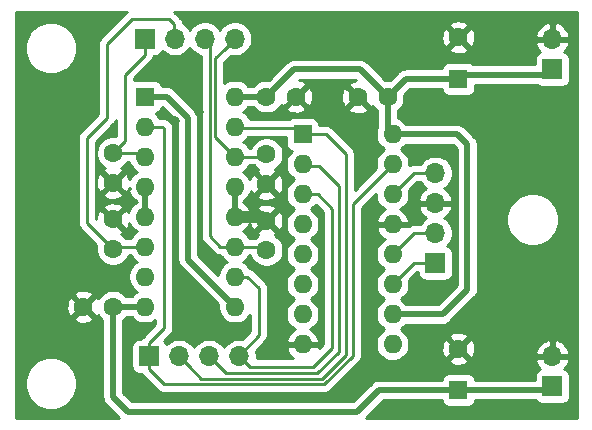
<source format=gbr>
G04 #@! TF.GenerationSoftware,KiCad,Pcbnew,(5.1.5)-3*
G04 #@! TF.CreationDate,2020-05-24T13:05:40-07:00*
G04 #@! TF.ProjectId,DAgostinoZach_L6,4441676f-7374-4696-9e6f-5a6163685f4c,rev?*
G04 #@! TF.SameCoordinates,Original*
G04 #@! TF.FileFunction,Copper,L1,Top*
G04 #@! TF.FilePolarity,Positive*
%FSLAX46Y46*%
G04 Gerber Fmt 4.6, Leading zero omitted, Abs format (unit mm)*
G04 Created by KiCad (PCBNEW (5.1.5)-3) date 2020-05-24 13:05:40*
%MOMM*%
%LPD*%
G04 APERTURE LIST*
%ADD10O,1.600000X1.600000*%
%ADD11R,1.600000X1.600000*%
%ADD12O,1.700000X1.700000*%
%ADD13R,1.700000X1.700000*%
%ADD14C,1.600000*%
%ADD15C,0.800000*%
%ADD16C,0.500000*%
%ADD17C,0.250000*%
%ADD18C,1.000000*%
%ADD19C,0.254000*%
G04 APERTURE END LIST*
D10*
X129070000Y-57650000D03*
X121450000Y-75430000D03*
X129070000Y-60190000D03*
X121450000Y-72890000D03*
X129070000Y-62730000D03*
X121450000Y-70350000D03*
X129070000Y-65270000D03*
X121450000Y-67810000D03*
X129070000Y-67810000D03*
X121450000Y-65270000D03*
X129070000Y-70350000D03*
X121450000Y-62730000D03*
X129070000Y-72890000D03*
X121450000Y-60190000D03*
X129070000Y-75430000D03*
D11*
X121450000Y-57650000D03*
D10*
X115720000Y-54450000D03*
X108100000Y-72230000D03*
X115720000Y-56990000D03*
X108100000Y-69690000D03*
X115720000Y-59530000D03*
X108100000Y-67150000D03*
X115720000Y-62070000D03*
X108100000Y-64610000D03*
X115720000Y-64610000D03*
X108100000Y-62070000D03*
X115720000Y-67150000D03*
X108100000Y-59530000D03*
X115720000Y-69690000D03*
X108100000Y-56990000D03*
X115720000Y-72230000D03*
D11*
X108100000Y-54450000D03*
D12*
X115720000Y-49550000D03*
X113180000Y-49550000D03*
X110640000Y-49550000D03*
D13*
X108100000Y-49550000D03*
D12*
X116070000Y-76450000D03*
X113530000Y-76450000D03*
X110990000Y-76450000D03*
D13*
X108450000Y-76450000D03*
D12*
X142600000Y-76460000D03*
D13*
X142600000Y-79000000D03*
D12*
X142600000Y-49610000D03*
D13*
X142600000Y-52150000D03*
D12*
X132700000Y-60930000D03*
X132700000Y-63470000D03*
X132700000Y-66010000D03*
D13*
X132700000Y-68550000D03*
D14*
X105400000Y-61750000D03*
X105400000Y-59250000D03*
X134650000Y-75800000D03*
D11*
X134650000Y-79300000D03*
D14*
X105400000Y-64850000D03*
X105400000Y-67350000D03*
X102900000Y-72250000D03*
X105400000Y-72250000D03*
X118400000Y-64950000D03*
X118400000Y-67450000D03*
X134650000Y-49450000D03*
D11*
X134650000Y-52950000D03*
D14*
X118400000Y-61850000D03*
X118400000Y-59350000D03*
X120900000Y-54450000D03*
X118400000Y-54450000D03*
X128650000Y-54500000D03*
X126150000Y-54500000D03*
D15*
X112650000Y-55800000D03*
X110650000Y-56550000D03*
X113450000Y-68050000D03*
X111600000Y-74250000D03*
D16*
X118400000Y-54450000D02*
X115720000Y-54450000D01*
X128650000Y-57230000D02*
X129070000Y-57650000D01*
X128650000Y-54500000D02*
X128650000Y-57230000D01*
X130200000Y-52950000D02*
X128650000Y-54500000D01*
X134650000Y-52950000D02*
X130200000Y-52950000D01*
X128650000Y-54500000D02*
X126300000Y-52150000D01*
X120700000Y-52150000D02*
X118400000Y-54450000D01*
X126300000Y-52150000D02*
X120700000Y-52150000D01*
X133310000Y-72890000D02*
X129070000Y-72890000D01*
X135400000Y-70800000D02*
X133310000Y-72890000D01*
X135400000Y-58500000D02*
X135400000Y-70800000D01*
X129070000Y-57650000D02*
X134550000Y-57650000D01*
X134550000Y-57650000D02*
X135400000Y-58500000D01*
X109950000Y-54450000D02*
X108100000Y-54450000D01*
X111750000Y-56250000D02*
X109950000Y-54450000D01*
X115720000Y-72230000D02*
X111750000Y-68260000D01*
X111750000Y-68260000D02*
X111750000Y-56250000D01*
X135000000Y-52600000D02*
X134650000Y-52950000D01*
X142600000Y-52150000D02*
X142150000Y-52600000D01*
X142150000Y-52600000D02*
X135000000Y-52600000D01*
D17*
X118060000Y-64610000D02*
X118400000Y-64950000D01*
D18*
X115720000Y-64610000D02*
X118060000Y-64610000D01*
D17*
X118220000Y-59530000D02*
X118400000Y-59350000D01*
X115720000Y-59530000D02*
X118220000Y-59530000D01*
X114050011Y-57860011D02*
X114050011Y-51219989D01*
X115720000Y-59530000D02*
X114050011Y-57860011D01*
X114870001Y-50399999D02*
X115720000Y-49550000D01*
X114050011Y-51219989D02*
X114870001Y-50399999D01*
X118100000Y-67150000D02*
X118400000Y-67450000D01*
X115720000Y-67150000D02*
X118100000Y-67150000D01*
X113600000Y-66250000D02*
X113600000Y-49970000D01*
X114500000Y-67150000D02*
X113600000Y-66250000D01*
X113600000Y-49970000D02*
X113180000Y-49550000D01*
X115720000Y-67150000D02*
X114500000Y-67150000D01*
D16*
X108080000Y-72250000D02*
X108100000Y-72230000D01*
X105400000Y-72250000D02*
X108080000Y-72250000D01*
X142300000Y-79300000D02*
X142600000Y-79000000D01*
X134650000Y-79300000D02*
X142300000Y-79300000D01*
X126100000Y-81150000D02*
X127950000Y-79300000D01*
X106650000Y-81150000D02*
X126100000Y-81150000D01*
X127950000Y-79300000D02*
X134650000Y-79300000D01*
X105400000Y-72250000D02*
X105400000Y-79900000D01*
X105400000Y-79900000D02*
X106650000Y-81150000D01*
D17*
X105600000Y-67150000D02*
X105400000Y-67350000D01*
X108100000Y-67150000D02*
X105600000Y-67150000D01*
X110600000Y-49510000D02*
X110640000Y-49550000D01*
X110600000Y-48350000D02*
X110600000Y-49510000D01*
X110150000Y-47900000D02*
X110600000Y-48350000D01*
X107000000Y-47900000D02*
X110150000Y-47900000D01*
X103200000Y-65150000D02*
X103200000Y-57950000D01*
X105400000Y-67350000D02*
X103200000Y-65150000D01*
X103200000Y-57950000D02*
X104900000Y-56250000D01*
X104900000Y-56250000D02*
X104900000Y-50000000D01*
X104900000Y-50000000D02*
X107000000Y-47900000D01*
X107820000Y-59250000D02*
X108100000Y-59530000D01*
X105400000Y-59250000D02*
X107820000Y-59250000D01*
X106400000Y-52600000D02*
X108100000Y-50900000D01*
X105400000Y-59250000D02*
X106400000Y-58250000D01*
X108100000Y-50900000D02*
X108100000Y-49550000D01*
X106400000Y-58250000D02*
X106400000Y-52600000D01*
X130870000Y-60930000D02*
X129070000Y-62730000D01*
X132700000Y-60930000D02*
X130870000Y-60930000D01*
X130870000Y-66010000D02*
X129070000Y-67810000D01*
X132700000Y-66010000D02*
X130870000Y-66010000D01*
X130870000Y-68550000D02*
X129070000Y-70350000D01*
X132700000Y-68550000D02*
X130870000Y-68550000D01*
X121450000Y-62800000D02*
X121450000Y-62730000D01*
X117750000Y-74600000D02*
X116070000Y-76450000D01*
X117750000Y-70650000D02*
X117750000Y-74600000D01*
X115720000Y-69690000D02*
X116790000Y-69690000D01*
X116790000Y-69690000D02*
X117750000Y-70650000D01*
X122730000Y-62730000D02*
X121450000Y-62730000D01*
X116970000Y-77350000D02*
X122300000Y-77350000D01*
X116070000Y-76450000D02*
X116970000Y-77350000D01*
X123950000Y-75700000D02*
X123950000Y-63950000D01*
X122300000Y-77350000D02*
X123950000Y-75700000D01*
X123950000Y-63950000D02*
X122730000Y-62730000D01*
X114379999Y-77299999D02*
X113530000Y-76450000D01*
X122650011Y-77899989D02*
X114979989Y-77899989D01*
X121610000Y-60350000D02*
X122850000Y-60350000D01*
X114979989Y-77899989D02*
X114379999Y-77299999D01*
X121450000Y-60190000D02*
X121610000Y-60350000D01*
X122850000Y-60350000D02*
X124500000Y-62000000D01*
X124500000Y-76050000D02*
X122650011Y-77899989D01*
X124500000Y-62000000D02*
X124500000Y-76050000D01*
X120950000Y-57150000D02*
X121450000Y-57650000D01*
X115720000Y-56990000D02*
X115880000Y-57150000D01*
X115880000Y-57150000D02*
X120950000Y-57150000D01*
X112890000Y-78350000D02*
X111839999Y-77299999D01*
X111839999Y-77299999D02*
X110990000Y-76450000D01*
X123450000Y-57650000D02*
X125100000Y-59300000D01*
X121450000Y-57650000D02*
X123450000Y-57650000D01*
X125100000Y-59300000D02*
X125100000Y-76350000D01*
X125100000Y-76350000D02*
X123100000Y-78350000D01*
X123100000Y-78350000D02*
X112890000Y-78350000D01*
X108450000Y-77550000D02*
X108450000Y-76450000D01*
X125700000Y-63560000D02*
X125700000Y-76386411D01*
X125700000Y-76386411D02*
X123286411Y-78800000D01*
X129070000Y-60190000D02*
X125700000Y-63560000D01*
X123286411Y-78800000D02*
X109700000Y-78800000D01*
X109700000Y-78800000D02*
X108450000Y-77550000D01*
X109750000Y-57150000D02*
X109590000Y-56990000D01*
X109750000Y-74050000D02*
X109750000Y-57150000D01*
X109590000Y-56990000D02*
X108100000Y-56990000D01*
X108450000Y-76450000D02*
X108450000Y-75350000D01*
X108450000Y-75350000D02*
X109750000Y-74050000D01*
D19*
G36*
X144690000Y-81690000D02*
G01*
X126811578Y-81690000D01*
X128316579Y-80185000D01*
X133220299Y-80185000D01*
X133224188Y-80224482D01*
X133260498Y-80344180D01*
X133319463Y-80454494D01*
X133398815Y-80551185D01*
X133495506Y-80630537D01*
X133605820Y-80689502D01*
X133725518Y-80725812D01*
X133850000Y-80738072D01*
X135450000Y-80738072D01*
X135574482Y-80725812D01*
X135694180Y-80689502D01*
X135804494Y-80630537D01*
X135901185Y-80551185D01*
X135980537Y-80454494D01*
X136039502Y-80344180D01*
X136075812Y-80224482D01*
X136079701Y-80185000D01*
X141209043Y-80185000D01*
X141219463Y-80204494D01*
X141298815Y-80301185D01*
X141395506Y-80380537D01*
X141505820Y-80439502D01*
X141625518Y-80475812D01*
X141750000Y-80488072D01*
X143450000Y-80488072D01*
X143574482Y-80475812D01*
X143694180Y-80439502D01*
X143804494Y-80380537D01*
X143901185Y-80301185D01*
X143980537Y-80204494D01*
X144039502Y-80094180D01*
X144075812Y-79974482D01*
X144088072Y-79850000D01*
X144088072Y-78150000D01*
X144075812Y-78025518D01*
X144039502Y-77905820D01*
X143980537Y-77795506D01*
X143901185Y-77698815D01*
X143804494Y-77619463D01*
X143694180Y-77560498D01*
X143613534Y-77536034D01*
X143697588Y-77460269D01*
X143871641Y-77226920D01*
X143996825Y-76964099D01*
X144041476Y-76816890D01*
X143920155Y-76587000D01*
X142727000Y-76587000D01*
X142727000Y-76607000D01*
X142473000Y-76607000D01*
X142473000Y-76587000D01*
X141279845Y-76587000D01*
X141158524Y-76816890D01*
X141203175Y-76964099D01*
X141328359Y-77226920D01*
X141502412Y-77460269D01*
X141586466Y-77536034D01*
X141505820Y-77560498D01*
X141395506Y-77619463D01*
X141298815Y-77698815D01*
X141219463Y-77795506D01*
X141160498Y-77905820D01*
X141124188Y-78025518D01*
X141111928Y-78150000D01*
X141111928Y-78415000D01*
X136079701Y-78415000D01*
X136075812Y-78375518D01*
X136039502Y-78255820D01*
X135980537Y-78145506D01*
X135901185Y-78048815D01*
X135804494Y-77969463D01*
X135694180Y-77910498D01*
X135574482Y-77874188D01*
X135450000Y-77861928D01*
X133850000Y-77861928D01*
X133725518Y-77874188D01*
X133605820Y-77910498D01*
X133495506Y-77969463D01*
X133398815Y-78048815D01*
X133319463Y-78145506D01*
X133260498Y-78255820D01*
X133224188Y-78375518D01*
X133220299Y-78415000D01*
X127993465Y-78415000D01*
X127949999Y-78410719D01*
X127906533Y-78415000D01*
X127906523Y-78415000D01*
X127776510Y-78427805D01*
X127609687Y-78478411D01*
X127455941Y-78560589D01*
X127455939Y-78560590D01*
X127455940Y-78560590D01*
X127354953Y-78643468D01*
X127354951Y-78643470D01*
X127321183Y-78671183D01*
X127293470Y-78704951D01*
X125733422Y-80265000D01*
X107016579Y-80265000D01*
X106285000Y-79533422D01*
X106285000Y-73384521D01*
X106314759Y-73364637D01*
X106514637Y-73164759D01*
X106534521Y-73135000D01*
X106978842Y-73135000D01*
X106985363Y-73144759D01*
X107185241Y-73344637D01*
X107420273Y-73501680D01*
X107681426Y-73609853D01*
X107958665Y-73665000D01*
X108241335Y-73665000D01*
X108518574Y-73609853D01*
X108779727Y-73501680D01*
X108990000Y-73361180D01*
X108990000Y-73735198D01*
X107938998Y-74786201D01*
X107910000Y-74809999D01*
X107886202Y-74838997D01*
X107886201Y-74838998D01*
X107815026Y-74925724D01*
X107795674Y-74961928D01*
X107600000Y-74961928D01*
X107475518Y-74974188D01*
X107355820Y-75010498D01*
X107245506Y-75069463D01*
X107148815Y-75148815D01*
X107069463Y-75245506D01*
X107010498Y-75355820D01*
X106974188Y-75475518D01*
X106961928Y-75600000D01*
X106961928Y-77300000D01*
X106974188Y-77424482D01*
X107010498Y-77544180D01*
X107069463Y-77654494D01*
X107148815Y-77751185D01*
X107245506Y-77830537D01*
X107355820Y-77889502D01*
X107475518Y-77925812D01*
X107600000Y-77938072D01*
X107795674Y-77938072D01*
X107815026Y-77974276D01*
X107823806Y-77984974D01*
X107909999Y-78090001D01*
X107939003Y-78113804D01*
X109136201Y-79311003D01*
X109159999Y-79340001D01*
X109188997Y-79363799D01*
X109275723Y-79434974D01*
X109407753Y-79505546D01*
X109551014Y-79549003D01*
X109662667Y-79560000D01*
X109662677Y-79560000D01*
X109700000Y-79563676D01*
X109737323Y-79560000D01*
X123249089Y-79560000D01*
X123286411Y-79563676D01*
X123323733Y-79560000D01*
X123323744Y-79560000D01*
X123435397Y-79549003D01*
X123578658Y-79505546D01*
X123710687Y-79434974D01*
X123826412Y-79340001D01*
X123850215Y-79310997D01*
X126211003Y-76950210D01*
X126240001Y-76926412D01*
X126334974Y-76810687D01*
X126405546Y-76678658D01*
X126449003Y-76535397D01*
X126460000Y-76423744D01*
X126460000Y-76423735D01*
X126463676Y-76386412D01*
X126460000Y-76349089D01*
X126460000Y-63874801D01*
X127635000Y-62699801D01*
X127635000Y-62871335D01*
X127690147Y-63148574D01*
X127798320Y-63409727D01*
X127955363Y-63644759D01*
X128155241Y-63844637D01*
X128390273Y-64001680D01*
X128400865Y-64006067D01*
X128214869Y-64117615D01*
X128006481Y-64306586D01*
X127838963Y-64532580D01*
X127718754Y-64786913D01*
X127678096Y-64920961D01*
X127800085Y-65143000D01*
X128943000Y-65143000D01*
X128943000Y-65123000D01*
X129197000Y-65123000D01*
X129197000Y-65143000D01*
X130339915Y-65143000D01*
X130461904Y-64920961D01*
X130421246Y-64786913D01*
X130301037Y-64532580D01*
X130133519Y-64306586D01*
X129925131Y-64117615D01*
X129739135Y-64006067D01*
X129749727Y-64001680D01*
X129984759Y-63844637D01*
X130184637Y-63644759D01*
X130341680Y-63409727D01*
X130449853Y-63148574D01*
X130505000Y-62871335D01*
X130505000Y-62588665D01*
X130468688Y-62406114D01*
X131184803Y-61690000D01*
X131421822Y-61690000D01*
X131546525Y-61876632D01*
X131753368Y-62083475D01*
X131935534Y-62205195D01*
X131818645Y-62274822D01*
X131602412Y-62469731D01*
X131428359Y-62703080D01*
X131303175Y-62965901D01*
X131258524Y-63113110D01*
X131379845Y-63343000D01*
X132573000Y-63343000D01*
X132573000Y-63323000D01*
X132827000Y-63323000D01*
X132827000Y-63343000D01*
X134020155Y-63343000D01*
X134141476Y-63113110D01*
X134096825Y-62965901D01*
X133971641Y-62703080D01*
X133797588Y-62469731D01*
X133581355Y-62274822D01*
X133464466Y-62205195D01*
X133646632Y-62083475D01*
X133853475Y-61876632D01*
X134015990Y-61633411D01*
X134127932Y-61363158D01*
X134185000Y-61076260D01*
X134185000Y-60783740D01*
X134127932Y-60496842D01*
X134015990Y-60226589D01*
X133853475Y-59983368D01*
X133646632Y-59776525D01*
X133403411Y-59614010D01*
X133133158Y-59502068D01*
X132846260Y-59445000D01*
X132553740Y-59445000D01*
X132266842Y-59502068D01*
X131996589Y-59614010D01*
X131753368Y-59776525D01*
X131546525Y-59983368D01*
X131421822Y-60170000D01*
X130907322Y-60170000D01*
X130869999Y-60166324D01*
X130832676Y-60170000D01*
X130832667Y-60170000D01*
X130721014Y-60180997D01*
X130577753Y-60224454D01*
X130505000Y-60263342D01*
X130505000Y-60048665D01*
X130449853Y-59771426D01*
X130341680Y-59510273D01*
X130184637Y-59275241D01*
X129984759Y-59075363D01*
X129752241Y-58920000D01*
X129984759Y-58764637D01*
X130184637Y-58564759D01*
X130204521Y-58535000D01*
X134183422Y-58535000D01*
X134515000Y-58866579D01*
X134515001Y-70433420D01*
X132943422Y-72005000D01*
X130204521Y-72005000D01*
X130184637Y-71975241D01*
X129984759Y-71775363D01*
X129752241Y-71620000D01*
X129984759Y-71464637D01*
X130184637Y-71264759D01*
X130341680Y-71029727D01*
X130449853Y-70768574D01*
X130505000Y-70491335D01*
X130505000Y-70208665D01*
X130468688Y-70026114D01*
X131184803Y-69310000D01*
X131211928Y-69310000D01*
X131211928Y-69400000D01*
X131224188Y-69524482D01*
X131260498Y-69644180D01*
X131319463Y-69754494D01*
X131398815Y-69851185D01*
X131495506Y-69930537D01*
X131605820Y-69989502D01*
X131725518Y-70025812D01*
X131850000Y-70038072D01*
X133550000Y-70038072D01*
X133674482Y-70025812D01*
X133794180Y-69989502D01*
X133904494Y-69930537D01*
X134001185Y-69851185D01*
X134080537Y-69754494D01*
X134139502Y-69644180D01*
X134175812Y-69524482D01*
X134188072Y-69400000D01*
X134188072Y-67700000D01*
X134175812Y-67575518D01*
X134139502Y-67455820D01*
X134080537Y-67345506D01*
X134001185Y-67248815D01*
X133904494Y-67169463D01*
X133794180Y-67110498D01*
X133721620Y-67088487D01*
X133853475Y-66956632D01*
X134015990Y-66713411D01*
X134127932Y-66443158D01*
X134185000Y-66156260D01*
X134185000Y-65863740D01*
X134127932Y-65576842D01*
X134015990Y-65306589D01*
X133853475Y-65063368D01*
X133646632Y-64856525D01*
X133464466Y-64734805D01*
X133581355Y-64665178D01*
X133797588Y-64470269D01*
X133971641Y-64236920D01*
X134096825Y-63974099D01*
X134141476Y-63826890D01*
X134020155Y-63597000D01*
X132827000Y-63597000D01*
X132827000Y-63617000D01*
X132573000Y-63617000D01*
X132573000Y-63597000D01*
X131379845Y-63597000D01*
X131258524Y-63826890D01*
X131303175Y-63974099D01*
X131428359Y-64236920D01*
X131602412Y-64470269D01*
X131818645Y-64665178D01*
X131935534Y-64734805D01*
X131753368Y-64856525D01*
X131546525Y-65063368D01*
X131421822Y-65250000D01*
X130907322Y-65250000D01*
X130869999Y-65246324D01*
X130832676Y-65250000D01*
X130832667Y-65250000D01*
X130721014Y-65260997D01*
X130577753Y-65304454D01*
X130445724Y-65375026D01*
X130445722Y-65375027D01*
X130445723Y-65375027D01*
X130364476Y-65441704D01*
X130339915Y-65397000D01*
X129197000Y-65397000D01*
X129197000Y-65417000D01*
X128943000Y-65417000D01*
X128943000Y-65397000D01*
X127800085Y-65397000D01*
X127678096Y-65619039D01*
X127718754Y-65753087D01*
X127838963Y-66007420D01*
X128006481Y-66233414D01*
X128214869Y-66422385D01*
X128400865Y-66533933D01*
X128390273Y-66538320D01*
X128155241Y-66695363D01*
X127955363Y-66895241D01*
X127798320Y-67130273D01*
X127690147Y-67391426D01*
X127635000Y-67668665D01*
X127635000Y-67951335D01*
X127690147Y-68228574D01*
X127798320Y-68489727D01*
X127955363Y-68724759D01*
X128155241Y-68924637D01*
X128387759Y-69080000D01*
X128155241Y-69235363D01*
X127955363Y-69435241D01*
X127798320Y-69670273D01*
X127690147Y-69931426D01*
X127635000Y-70208665D01*
X127635000Y-70491335D01*
X127690147Y-70768574D01*
X127798320Y-71029727D01*
X127955363Y-71264759D01*
X128155241Y-71464637D01*
X128387759Y-71620000D01*
X128155241Y-71775363D01*
X127955363Y-71975241D01*
X127798320Y-72210273D01*
X127690147Y-72471426D01*
X127635000Y-72748665D01*
X127635000Y-73031335D01*
X127690147Y-73308574D01*
X127798320Y-73569727D01*
X127955363Y-73804759D01*
X128155241Y-74004637D01*
X128387759Y-74160000D01*
X128155241Y-74315363D01*
X127955363Y-74515241D01*
X127798320Y-74750273D01*
X127690147Y-75011426D01*
X127635000Y-75288665D01*
X127635000Y-75571335D01*
X127690147Y-75848574D01*
X127798320Y-76109727D01*
X127955363Y-76344759D01*
X128155241Y-76544637D01*
X128390273Y-76701680D01*
X128651426Y-76809853D01*
X128928665Y-76865000D01*
X129211335Y-76865000D01*
X129488574Y-76809853D01*
X129529980Y-76792702D01*
X133836903Y-76792702D01*
X133908486Y-77036671D01*
X134163996Y-77157571D01*
X134438184Y-77226300D01*
X134720512Y-77240217D01*
X135000130Y-77198787D01*
X135266292Y-77103603D01*
X135391514Y-77036671D01*
X135463097Y-76792702D01*
X134650000Y-75979605D01*
X133836903Y-76792702D01*
X129529980Y-76792702D01*
X129749727Y-76701680D01*
X129984759Y-76544637D01*
X130184637Y-76344759D01*
X130341680Y-76109727D01*
X130440765Y-75870512D01*
X133209783Y-75870512D01*
X133251213Y-76150130D01*
X133346397Y-76416292D01*
X133413329Y-76541514D01*
X133657298Y-76613097D01*
X134470395Y-75800000D01*
X134829605Y-75800000D01*
X135642702Y-76613097D01*
X135886671Y-76541514D01*
X136007571Y-76286004D01*
X136053415Y-76103110D01*
X141158524Y-76103110D01*
X141279845Y-76333000D01*
X142473000Y-76333000D01*
X142473000Y-75139186D01*
X142727000Y-75139186D01*
X142727000Y-76333000D01*
X143920155Y-76333000D01*
X144041476Y-76103110D01*
X143996825Y-75955901D01*
X143871641Y-75693080D01*
X143697588Y-75459731D01*
X143481355Y-75264822D01*
X143231252Y-75115843D01*
X142956891Y-75018519D01*
X142727000Y-75139186D01*
X142473000Y-75139186D01*
X142243109Y-75018519D01*
X141968748Y-75115843D01*
X141718645Y-75264822D01*
X141502412Y-75459731D01*
X141328359Y-75693080D01*
X141203175Y-75955901D01*
X141158524Y-76103110D01*
X136053415Y-76103110D01*
X136076300Y-76011816D01*
X136090217Y-75729488D01*
X136048787Y-75449870D01*
X135953603Y-75183708D01*
X135886671Y-75058486D01*
X135642702Y-74986903D01*
X134829605Y-75800000D01*
X134470395Y-75800000D01*
X133657298Y-74986903D01*
X133413329Y-75058486D01*
X133292429Y-75313996D01*
X133223700Y-75588184D01*
X133209783Y-75870512D01*
X130440765Y-75870512D01*
X130449853Y-75848574D01*
X130505000Y-75571335D01*
X130505000Y-75288665D01*
X130449853Y-75011426D01*
X130365301Y-74807298D01*
X133836903Y-74807298D01*
X134650000Y-75620395D01*
X135463097Y-74807298D01*
X135391514Y-74563329D01*
X135136004Y-74442429D01*
X134861816Y-74373700D01*
X134579488Y-74359783D01*
X134299870Y-74401213D01*
X134033708Y-74496397D01*
X133908486Y-74563329D01*
X133836903Y-74807298D01*
X130365301Y-74807298D01*
X130341680Y-74750273D01*
X130184637Y-74515241D01*
X129984759Y-74315363D01*
X129752241Y-74160000D01*
X129984759Y-74004637D01*
X130184637Y-73804759D01*
X130204521Y-73775000D01*
X133266531Y-73775000D01*
X133310000Y-73779281D01*
X133353469Y-73775000D01*
X133353477Y-73775000D01*
X133483490Y-73762195D01*
X133650313Y-73711589D01*
X133804059Y-73629411D01*
X133938817Y-73518817D01*
X133966534Y-73485044D01*
X135995049Y-71456530D01*
X136028817Y-71428817D01*
X136088950Y-71355546D01*
X136139410Y-71294060D01*
X136155072Y-71264759D01*
X136221589Y-71140313D01*
X136272195Y-70973490D01*
X136285000Y-70843477D01*
X136285000Y-70843467D01*
X136289281Y-70800001D01*
X136285000Y-70756535D01*
X136285000Y-64629872D01*
X138715000Y-64629872D01*
X138715000Y-65070128D01*
X138800890Y-65501925D01*
X138969369Y-65908669D01*
X139213962Y-66274729D01*
X139525271Y-66586038D01*
X139891331Y-66830631D01*
X140298075Y-66999110D01*
X140729872Y-67085000D01*
X141170128Y-67085000D01*
X141601925Y-66999110D01*
X142008669Y-66830631D01*
X142374729Y-66586038D01*
X142686038Y-66274729D01*
X142930631Y-65908669D01*
X143099110Y-65501925D01*
X143185000Y-65070128D01*
X143185000Y-64629872D01*
X143099110Y-64198075D01*
X142930631Y-63791331D01*
X142686038Y-63425271D01*
X142374729Y-63113962D01*
X142008669Y-62869369D01*
X141601925Y-62700890D01*
X141170128Y-62615000D01*
X140729872Y-62615000D01*
X140298075Y-62700890D01*
X139891331Y-62869369D01*
X139525271Y-63113962D01*
X139213962Y-63425271D01*
X138969369Y-63791331D01*
X138800890Y-64198075D01*
X138715000Y-64629872D01*
X136285000Y-64629872D01*
X136285000Y-58543469D01*
X136289281Y-58500000D01*
X136285000Y-58456531D01*
X136285000Y-58456523D01*
X136272195Y-58326510D01*
X136252529Y-58261680D01*
X136221589Y-58159686D01*
X136139411Y-58005941D01*
X136056532Y-57904953D01*
X136056530Y-57904951D01*
X136028817Y-57871183D01*
X135995050Y-57843471D01*
X135206532Y-57054954D01*
X135178817Y-57021183D01*
X135044059Y-56910589D01*
X134890313Y-56828411D01*
X134723490Y-56777805D01*
X134593477Y-56765000D01*
X134593469Y-56765000D01*
X134550000Y-56760719D01*
X134506531Y-56765000D01*
X130204521Y-56765000D01*
X130184637Y-56735241D01*
X129984759Y-56535363D01*
X129749727Y-56378320D01*
X129535000Y-56289377D01*
X129535000Y-55634521D01*
X129564759Y-55614637D01*
X129764637Y-55414759D01*
X129921680Y-55179727D01*
X130029853Y-54918574D01*
X130085000Y-54641335D01*
X130085000Y-54358665D01*
X130078017Y-54323561D01*
X130566579Y-53835000D01*
X133220299Y-53835000D01*
X133224188Y-53874482D01*
X133260498Y-53994180D01*
X133319463Y-54104494D01*
X133398815Y-54201185D01*
X133495506Y-54280537D01*
X133605820Y-54339502D01*
X133725518Y-54375812D01*
X133850000Y-54388072D01*
X135450000Y-54388072D01*
X135574482Y-54375812D01*
X135694180Y-54339502D01*
X135804494Y-54280537D01*
X135901185Y-54201185D01*
X135980537Y-54104494D01*
X136039502Y-53994180D01*
X136075812Y-53874482D01*
X136088072Y-53750000D01*
X136088072Y-53485000D01*
X141340019Y-53485000D01*
X141395506Y-53530537D01*
X141505820Y-53589502D01*
X141625518Y-53625812D01*
X141750000Y-53638072D01*
X143450000Y-53638072D01*
X143574482Y-53625812D01*
X143694180Y-53589502D01*
X143804494Y-53530537D01*
X143901185Y-53451185D01*
X143980537Y-53354494D01*
X144039502Y-53244180D01*
X144075812Y-53124482D01*
X144088072Y-53000000D01*
X144088072Y-51300000D01*
X144075812Y-51175518D01*
X144039502Y-51055820D01*
X143980537Y-50945506D01*
X143901185Y-50848815D01*
X143804494Y-50769463D01*
X143694180Y-50710498D01*
X143613534Y-50686034D01*
X143697588Y-50610269D01*
X143871641Y-50376920D01*
X143996825Y-50114099D01*
X144041476Y-49966890D01*
X143920155Y-49737000D01*
X142727000Y-49737000D01*
X142727000Y-49757000D01*
X142473000Y-49757000D01*
X142473000Y-49737000D01*
X141279845Y-49737000D01*
X141158524Y-49966890D01*
X141203175Y-50114099D01*
X141328359Y-50376920D01*
X141502412Y-50610269D01*
X141586466Y-50686034D01*
X141505820Y-50710498D01*
X141395506Y-50769463D01*
X141298815Y-50848815D01*
X141219463Y-50945506D01*
X141160498Y-51055820D01*
X141124188Y-51175518D01*
X141111928Y-51300000D01*
X141111928Y-51715000D01*
X135914468Y-51715000D01*
X135901185Y-51698815D01*
X135804494Y-51619463D01*
X135694180Y-51560498D01*
X135574482Y-51524188D01*
X135450000Y-51511928D01*
X133850000Y-51511928D01*
X133725518Y-51524188D01*
X133605820Y-51560498D01*
X133495506Y-51619463D01*
X133398815Y-51698815D01*
X133319463Y-51795506D01*
X133260498Y-51905820D01*
X133224188Y-52025518D01*
X133220299Y-52065000D01*
X130243466Y-52065000D01*
X130199999Y-52060719D01*
X130156533Y-52065000D01*
X130156523Y-52065000D01*
X130026510Y-52077805D01*
X129859687Y-52128411D01*
X129705941Y-52210589D01*
X129705939Y-52210590D01*
X129705940Y-52210590D01*
X129604953Y-52293468D01*
X129604951Y-52293470D01*
X129571183Y-52321183D01*
X129543470Y-52354951D01*
X128826439Y-53071983D01*
X128791335Y-53065000D01*
X128508665Y-53065000D01*
X128473561Y-53071983D01*
X126956534Y-51554956D01*
X126928817Y-51521183D01*
X126794059Y-51410589D01*
X126640313Y-51328411D01*
X126473490Y-51277805D01*
X126343477Y-51265000D01*
X126343469Y-51265000D01*
X126300000Y-51260719D01*
X126256531Y-51265000D01*
X120743465Y-51265000D01*
X120699999Y-51260719D01*
X120656533Y-51265000D01*
X120656523Y-51265000D01*
X120526510Y-51277805D01*
X120359687Y-51328411D01*
X120205941Y-51410589D01*
X120205939Y-51410590D01*
X120205940Y-51410590D01*
X120104953Y-51493468D01*
X120104951Y-51493470D01*
X120071183Y-51521183D01*
X120043470Y-51554951D01*
X118576439Y-53021983D01*
X118541335Y-53015000D01*
X118258665Y-53015000D01*
X117981426Y-53070147D01*
X117720273Y-53178320D01*
X117485241Y-53335363D01*
X117285363Y-53535241D01*
X117265479Y-53565000D01*
X116854521Y-53565000D01*
X116834637Y-53535241D01*
X116634759Y-53335363D01*
X116399727Y-53178320D01*
X116138574Y-53070147D01*
X115861335Y-53015000D01*
X115578665Y-53015000D01*
X115301426Y-53070147D01*
X115040273Y-53178320D01*
X114810011Y-53332176D01*
X114810011Y-51534790D01*
X115353592Y-50991210D01*
X115573740Y-51035000D01*
X115866260Y-51035000D01*
X116153158Y-50977932D01*
X116423411Y-50865990D01*
X116666632Y-50703475D01*
X116873475Y-50496632D01*
X116909509Y-50442702D01*
X133836903Y-50442702D01*
X133908486Y-50686671D01*
X134163996Y-50807571D01*
X134438184Y-50876300D01*
X134720512Y-50890217D01*
X135000130Y-50848787D01*
X135266292Y-50753603D01*
X135391514Y-50686671D01*
X135463097Y-50442702D01*
X134650000Y-49629605D01*
X133836903Y-50442702D01*
X116909509Y-50442702D01*
X117035990Y-50253411D01*
X117147932Y-49983158D01*
X117205000Y-49696260D01*
X117205000Y-49520512D01*
X133209783Y-49520512D01*
X133251213Y-49800130D01*
X133346397Y-50066292D01*
X133413329Y-50191514D01*
X133657298Y-50263097D01*
X134470395Y-49450000D01*
X134829605Y-49450000D01*
X135642702Y-50263097D01*
X135886671Y-50191514D01*
X136007571Y-49936004D01*
X136076300Y-49661816D01*
X136090217Y-49379488D01*
X136071493Y-49253110D01*
X141158524Y-49253110D01*
X141279845Y-49483000D01*
X142473000Y-49483000D01*
X142473000Y-48289186D01*
X142727000Y-48289186D01*
X142727000Y-49483000D01*
X143920155Y-49483000D01*
X144041476Y-49253110D01*
X143996825Y-49105901D01*
X143871641Y-48843080D01*
X143697588Y-48609731D01*
X143481355Y-48414822D01*
X143231252Y-48265843D01*
X142956891Y-48168519D01*
X142727000Y-48289186D01*
X142473000Y-48289186D01*
X142243109Y-48168519D01*
X141968748Y-48265843D01*
X141718645Y-48414822D01*
X141502412Y-48609731D01*
X141328359Y-48843080D01*
X141203175Y-49105901D01*
X141158524Y-49253110D01*
X136071493Y-49253110D01*
X136048787Y-49099870D01*
X135953603Y-48833708D01*
X135886671Y-48708486D01*
X135642702Y-48636903D01*
X134829605Y-49450000D01*
X134470395Y-49450000D01*
X133657298Y-48636903D01*
X133413329Y-48708486D01*
X133292429Y-48963996D01*
X133223700Y-49238184D01*
X133209783Y-49520512D01*
X117205000Y-49520512D01*
X117205000Y-49403740D01*
X117147932Y-49116842D01*
X117035990Y-48846589D01*
X116873475Y-48603368D01*
X116727405Y-48457298D01*
X133836903Y-48457298D01*
X134650000Y-49270395D01*
X135463097Y-48457298D01*
X135391514Y-48213329D01*
X135136004Y-48092429D01*
X134861816Y-48023700D01*
X134579488Y-48009783D01*
X134299870Y-48051213D01*
X134033708Y-48146397D01*
X133908486Y-48213329D01*
X133836903Y-48457298D01*
X116727405Y-48457298D01*
X116666632Y-48396525D01*
X116423411Y-48234010D01*
X116153158Y-48122068D01*
X115866260Y-48065000D01*
X115573740Y-48065000D01*
X115286842Y-48122068D01*
X115016589Y-48234010D01*
X114773368Y-48396525D01*
X114566525Y-48603368D01*
X114450000Y-48777760D01*
X114333475Y-48603368D01*
X114126632Y-48396525D01*
X113883411Y-48234010D01*
X113613158Y-48122068D01*
X113326260Y-48065000D01*
X113033740Y-48065000D01*
X112746842Y-48122068D01*
X112476589Y-48234010D01*
X112233368Y-48396525D01*
X112026525Y-48603368D01*
X111910000Y-48777760D01*
X111793475Y-48603368D01*
X111586632Y-48396525D01*
X111352876Y-48240334D01*
X111349003Y-48201014D01*
X111305546Y-48057753D01*
X111234975Y-47925725D01*
X111234974Y-47925723D01*
X111200031Y-47883146D01*
X111140001Y-47809999D01*
X111110998Y-47786197D01*
X110713804Y-47389003D01*
X110690001Y-47359999D01*
X110574276Y-47265026D01*
X110564873Y-47260000D01*
X144690001Y-47260000D01*
X144690000Y-81690000D01*
G37*
X144690000Y-81690000D02*
X126811578Y-81690000D01*
X128316579Y-80185000D01*
X133220299Y-80185000D01*
X133224188Y-80224482D01*
X133260498Y-80344180D01*
X133319463Y-80454494D01*
X133398815Y-80551185D01*
X133495506Y-80630537D01*
X133605820Y-80689502D01*
X133725518Y-80725812D01*
X133850000Y-80738072D01*
X135450000Y-80738072D01*
X135574482Y-80725812D01*
X135694180Y-80689502D01*
X135804494Y-80630537D01*
X135901185Y-80551185D01*
X135980537Y-80454494D01*
X136039502Y-80344180D01*
X136075812Y-80224482D01*
X136079701Y-80185000D01*
X141209043Y-80185000D01*
X141219463Y-80204494D01*
X141298815Y-80301185D01*
X141395506Y-80380537D01*
X141505820Y-80439502D01*
X141625518Y-80475812D01*
X141750000Y-80488072D01*
X143450000Y-80488072D01*
X143574482Y-80475812D01*
X143694180Y-80439502D01*
X143804494Y-80380537D01*
X143901185Y-80301185D01*
X143980537Y-80204494D01*
X144039502Y-80094180D01*
X144075812Y-79974482D01*
X144088072Y-79850000D01*
X144088072Y-78150000D01*
X144075812Y-78025518D01*
X144039502Y-77905820D01*
X143980537Y-77795506D01*
X143901185Y-77698815D01*
X143804494Y-77619463D01*
X143694180Y-77560498D01*
X143613534Y-77536034D01*
X143697588Y-77460269D01*
X143871641Y-77226920D01*
X143996825Y-76964099D01*
X144041476Y-76816890D01*
X143920155Y-76587000D01*
X142727000Y-76587000D01*
X142727000Y-76607000D01*
X142473000Y-76607000D01*
X142473000Y-76587000D01*
X141279845Y-76587000D01*
X141158524Y-76816890D01*
X141203175Y-76964099D01*
X141328359Y-77226920D01*
X141502412Y-77460269D01*
X141586466Y-77536034D01*
X141505820Y-77560498D01*
X141395506Y-77619463D01*
X141298815Y-77698815D01*
X141219463Y-77795506D01*
X141160498Y-77905820D01*
X141124188Y-78025518D01*
X141111928Y-78150000D01*
X141111928Y-78415000D01*
X136079701Y-78415000D01*
X136075812Y-78375518D01*
X136039502Y-78255820D01*
X135980537Y-78145506D01*
X135901185Y-78048815D01*
X135804494Y-77969463D01*
X135694180Y-77910498D01*
X135574482Y-77874188D01*
X135450000Y-77861928D01*
X133850000Y-77861928D01*
X133725518Y-77874188D01*
X133605820Y-77910498D01*
X133495506Y-77969463D01*
X133398815Y-78048815D01*
X133319463Y-78145506D01*
X133260498Y-78255820D01*
X133224188Y-78375518D01*
X133220299Y-78415000D01*
X127993465Y-78415000D01*
X127949999Y-78410719D01*
X127906533Y-78415000D01*
X127906523Y-78415000D01*
X127776510Y-78427805D01*
X127609687Y-78478411D01*
X127455941Y-78560589D01*
X127455939Y-78560590D01*
X127455940Y-78560590D01*
X127354953Y-78643468D01*
X127354951Y-78643470D01*
X127321183Y-78671183D01*
X127293470Y-78704951D01*
X125733422Y-80265000D01*
X107016579Y-80265000D01*
X106285000Y-79533422D01*
X106285000Y-73384521D01*
X106314759Y-73364637D01*
X106514637Y-73164759D01*
X106534521Y-73135000D01*
X106978842Y-73135000D01*
X106985363Y-73144759D01*
X107185241Y-73344637D01*
X107420273Y-73501680D01*
X107681426Y-73609853D01*
X107958665Y-73665000D01*
X108241335Y-73665000D01*
X108518574Y-73609853D01*
X108779727Y-73501680D01*
X108990000Y-73361180D01*
X108990000Y-73735198D01*
X107938998Y-74786201D01*
X107910000Y-74809999D01*
X107886202Y-74838997D01*
X107886201Y-74838998D01*
X107815026Y-74925724D01*
X107795674Y-74961928D01*
X107600000Y-74961928D01*
X107475518Y-74974188D01*
X107355820Y-75010498D01*
X107245506Y-75069463D01*
X107148815Y-75148815D01*
X107069463Y-75245506D01*
X107010498Y-75355820D01*
X106974188Y-75475518D01*
X106961928Y-75600000D01*
X106961928Y-77300000D01*
X106974188Y-77424482D01*
X107010498Y-77544180D01*
X107069463Y-77654494D01*
X107148815Y-77751185D01*
X107245506Y-77830537D01*
X107355820Y-77889502D01*
X107475518Y-77925812D01*
X107600000Y-77938072D01*
X107795674Y-77938072D01*
X107815026Y-77974276D01*
X107823806Y-77984974D01*
X107909999Y-78090001D01*
X107939003Y-78113804D01*
X109136201Y-79311003D01*
X109159999Y-79340001D01*
X109188997Y-79363799D01*
X109275723Y-79434974D01*
X109407753Y-79505546D01*
X109551014Y-79549003D01*
X109662667Y-79560000D01*
X109662677Y-79560000D01*
X109700000Y-79563676D01*
X109737323Y-79560000D01*
X123249089Y-79560000D01*
X123286411Y-79563676D01*
X123323733Y-79560000D01*
X123323744Y-79560000D01*
X123435397Y-79549003D01*
X123578658Y-79505546D01*
X123710687Y-79434974D01*
X123826412Y-79340001D01*
X123850215Y-79310997D01*
X126211003Y-76950210D01*
X126240001Y-76926412D01*
X126334974Y-76810687D01*
X126405546Y-76678658D01*
X126449003Y-76535397D01*
X126460000Y-76423744D01*
X126460000Y-76423735D01*
X126463676Y-76386412D01*
X126460000Y-76349089D01*
X126460000Y-63874801D01*
X127635000Y-62699801D01*
X127635000Y-62871335D01*
X127690147Y-63148574D01*
X127798320Y-63409727D01*
X127955363Y-63644759D01*
X128155241Y-63844637D01*
X128390273Y-64001680D01*
X128400865Y-64006067D01*
X128214869Y-64117615D01*
X128006481Y-64306586D01*
X127838963Y-64532580D01*
X127718754Y-64786913D01*
X127678096Y-64920961D01*
X127800085Y-65143000D01*
X128943000Y-65143000D01*
X128943000Y-65123000D01*
X129197000Y-65123000D01*
X129197000Y-65143000D01*
X130339915Y-65143000D01*
X130461904Y-64920961D01*
X130421246Y-64786913D01*
X130301037Y-64532580D01*
X130133519Y-64306586D01*
X129925131Y-64117615D01*
X129739135Y-64006067D01*
X129749727Y-64001680D01*
X129984759Y-63844637D01*
X130184637Y-63644759D01*
X130341680Y-63409727D01*
X130449853Y-63148574D01*
X130505000Y-62871335D01*
X130505000Y-62588665D01*
X130468688Y-62406114D01*
X131184803Y-61690000D01*
X131421822Y-61690000D01*
X131546525Y-61876632D01*
X131753368Y-62083475D01*
X131935534Y-62205195D01*
X131818645Y-62274822D01*
X131602412Y-62469731D01*
X131428359Y-62703080D01*
X131303175Y-62965901D01*
X131258524Y-63113110D01*
X131379845Y-63343000D01*
X132573000Y-63343000D01*
X132573000Y-63323000D01*
X132827000Y-63323000D01*
X132827000Y-63343000D01*
X134020155Y-63343000D01*
X134141476Y-63113110D01*
X134096825Y-62965901D01*
X133971641Y-62703080D01*
X133797588Y-62469731D01*
X133581355Y-62274822D01*
X133464466Y-62205195D01*
X133646632Y-62083475D01*
X133853475Y-61876632D01*
X134015990Y-61633411D01*
X134127932Y-61363158D01*
X134185000Y-61076260D01*
X134185000Y-60783740D01*
X134127932Y-60496842D01*
X134015990Y-60226589D01*
X133853475Y-59983368D01*
X133646632Y-59776525D01*
X133403411Y-59614010D01*
X133133158Y-59502068D01*
X132846260Y-59445000D01*
X132553740Y-59445000D01*
X132266842Y-59502068D01*
X131996589Y-59614010D01*
X131753368Y-59776525D01*
X131546525Y-59983368D01*
X131421822Y-60170000D01*
X130907322Y-60170000D01*
X130869999Y-60166324D01*
X130832676Y-60170000D01*
X130832667Y-60170000D01*
X130721014Y-60180997D01*
X130577753Y-60224454D01*
X130505000Y-60263342D01*
X130505000Y-60048665D01*
X130449853Y-59771426D01*
X130341680Y-59510273D01*
X130184637Y-59275241D01*
X129984759Y-59075363D01*
X129752241Y-58920000D01*
X129984759Y-58764637D01*
X130184637Y-58564759D01*
X130204521Y-58535000D01*
X134183422Y-58535000D01*
X134515000Y-58866579D01*
X134515001Y-70433420D01*
X132943422Y-72005000D01*
X130204521Y-72005000D01*
X130184637Y-71975241D01*
X129984759Y-71775363D01*
X129752241Y-71620000D01*
X129984759Y-71464637D01*
X130184637Y-71264759D01*
X130341680Y-71029727D01*
X130449853Y-70768574D01*
X130505000Y-70491335D01*
X130505000Y-70208665D01*
X130468688Y-70026114D01*
X131184803Y-69310000D01*
X131211928Y-69310000D01*
X131211928Y-69400000D01*
X131224188Y-69524482D01*
X131260498Y-69644180D01*
X131319463Y-69754494D01*
X131398815Y-69851185D01*
X131495506Y-69930537D01*
X131605820Y-69989502D01*
X131725518Y-70025812D01*
X131850000Y-70038072D01*
X133550000Y-70038072D01*
X133674482Y-70025812D01*
X133794180Y-69989502D01*
X133904494Y-69930537D01*
X134001185Y-69851185D01*
X134080537Y-69754494D01*
X134139502Y-69644180D01*
X134175812Y-69524482D01*
X134188072Y-69400000D01*
X134188072Y-67700000D01*
X134175812Y-67575518D01*
X134139502Y-67455820D01*
X134080537Y-67345506D01*
X134001185Y-67248815D01*
X133904494Y-67169463D01*
X133794180Y-67110498D01*
X133721620Y-67088487D01*
X133853475Y-66956632D01*
X134015990Y-66713411D01*
X134127932Y-66443158D01*
X134185000Y-66156260D01*
X134185000Y-65863740D01*
X134127932Y-65576842D01*
X134015990Y-65306589D01*
X133853475Y-65063368D01*
X133646632Y-64856525D01*
X133464466Y-64734805D01*
X133581355Y-64665178D01*
X133797588Y-64470269D01*
X133971641Y-64236920D01*
X134096825Y-63974099D01*
X134141476Y-63826890D01*
X134020155Y-63597000D01*
X132827000Y-63597000D01*
X132827000Y-63617000D01*
X132573000Y-63617000D01*
X132573000Y-63597000D01*
X131379845Y-63597000D01*
X131258524Y-63826890D01*
X131303175Y-63974099D01*
X131428359Y-64236920D01*
X131602412Y-64470269D01*
X131818645Y-64665178D01*
X131935534Y-64734805D01*
X131753368Y-64856525D01*
X131546525Y-65063368D01*
X131421822Y-65250000D01*
X130907322Y-65250000D01*
X130869999Y-65246324D01*
X130832676Y-65250000D01*
X130832667Y-65250000D01*
X130721014Y-65260997D01*
X130577753Y-65304454D01*
X130445724Y-65375026D01*
X130445722Y-65375027D01*
X130445723Y-65375027D01*
X130364476Y-65441704D01*
X130339915Y-65397000D01*
X129197000Y-65397000D01*
X129197000Y-65417000D01*
X128943000Y-65417000D01*
X128943000Y-65397000D01*
X127800085Y-65397000D01*
X127678096Y-65619039D01*
X127718754Y-65753087D01*
X127838963Y-66007420D01*
X128006481Y-66233414D01*
X128214869Y-66422385D01*
X128400865Y-66533933D01*
X128390273Y-66538320D01*
X128155241Y-66695363D01*
X127955363Y-66895241D01*
X127798320Y-67130273D01*
X127690147Y-67391426D01*
X127635000Y-67668665D01*
X127635000Y-67951335D01*
X127690147Y-68228574D01*
X127798320Y-68489727D01*
X127955363Y-68724759D01*
X128155241Y-68924637D01*
X128387759Y-69080000D01*
X128155241Y-69235363D01*
X127955363Y-69435241D01*
X127798320Y-69670273D01*
X127690147Y-69931426D01*
X127635000Y-70208665D01*
X127635000Y-70491335D01*
X127690147Y-70768574D01*
X127798320Y-71029727D01*
X127955363Y-71264759D01*
X128155241Y-71464637D01*
X128387759Y-71620000D01*
X128155241Y-71775363D01*
X127955363Y-71975241D01*
X127798320Y-72210273D01*
X127690147Y-72471426D01*
X127635000Y-72748665D01*
X127635000Y-73031335D01*
X127690147Y-73308574D01*
X127798320Y-73569727D01*
X127955363Y-73804759D01*
X128155241Y-74004637D01*
X128387759Y-74160000D01*
X128155241Y-74315363D01*
X127955363Y-74515241D01*
X127798320Y-74750273D01*
X127690147Y-75011426D01*
X127635000Y-75288665D01*
X127635000Y-75571335D01*
X127690147Y-75848574D01*
X127798320Y-76109727D01*
X127955363Y-76344759D01*
X128155241Y-76544637D01*
X128390273Y-76701680D01*
X128651426Y-76809853D01*
X128928665Y-76865000D01*
X129211335Y-76865000D01*
X129488574Y-76809853D01*
X129529980Y-76792702D01*
X133836903Y-76792702D01*
X133908486Y-77036671D01*
X134163996Y-77157571D01*
X134438184Y-77226300D01*
X134720512Y-77240217D01*
X135000130Y-77198787D01*
X135266292Y-77103603D01*
X135391514Y-77036671D01*
X135463097Y-76792702D01*
X134650000Y-75979605D01*
X133836903Y-76792702D01*
X129529980Y-76792702D01*
X129749727Y-76701680D01*
X129984759Y-76544637D01*
X130184637Y-76344759D01*
X130341680Y-76109727D01*
X130440765Y-75870512D01*
X133209783Y-75870512D01*
X133251213Y-76150130D01*
X133346397Y-76416292D01*
X133413329Y-76541514D01*
X133657298Y-76613097D01*
X134470395Y-75800000D01*
X134829605Y-75800000D01*
X135642702Y-76613097D01*
X135886671Y-76541514D01*
X136007571Y-76286004D01*
X136053415Y-76103110D01*
X141158524Y-76103110D01*
X141279845Y-76333000D01*
X142473000Y-76333000D01*
X142473000Y-75139186D01*
X142727000Y-75139186D01*
X142727000Y-76333000D01*
X143920155Y-76333000D01*
X144041476Y-76103110D01*
X143996825Y-75955901D01*
X143871641Y-75693080D01*
X143697588Y-75459731D01*
X143481355Y-75264822D01*
X143231252Y-75115843D01*
X142956891Y-75018519D01*
X142727000Y-75139186D01*
X142473000Y-75139186D01*
X142243109Y-75018519D01*
X141968748Y-75115843D01*
X141718645Y-75264822D01*
X141502412Y-75459731D01*
X141328359Y-75693080D01*
X141203175Y-75955901D01*
X141158524Y-76103110D01*
X136053415Y-76103110D01*
X136076300Y-76011816D01*
X136090217Y-75729488D01*
X136048787Y-75449870D01*
X135953603Y-75183708D01*
X135886671Y-75058486D01*
X135642702Y-74986903D01*
X134829605Y-75800000D01*
X134470395Y-75800000D01*
X133657298Y-74986903D01*
X133413329Y-75058486D01*
X133292429Y-75313996D01*
X133223700Y-75588184D01*
X133209783Y-75870512D01*
X130440765Y-75870512D01*
X130449853Y-75848574D01*
X130505000Y-75571335D01*
X130505000Y-75288665D01*
X130449853Y-75011426D01*
X130365301Y-74807298D01*
X133836903Y-74807298D01*
X134650000Y-75620395D01*
X135463097Y-74807298D01*
X135391514Y-74563329D01*
X135136004Y-74442429D01*
X134861816Y-74373700D01*
X134579488Y-74359783D01*
X134299870Y-74401213D01*
X134033708Y-74496397D01*
X133908486Y-74563329D01*
X133836903Y-74807298D01*
X130365301Y-74807298D01*
X130341680Y-74750273D01*
X130184637Y-74515241D01*
X129984759Y-74315363D01*
X129752241Y-74160000D01*
X129984759Y-74004637D01*
X130184637Y-73804759D01*
X130204521Y-73775000D01*
X133266531Y-73775000D01*
X133310000Y-73779281D01*
X133353469Y-73775000D01*
X133353477Y-73775000D01*
X133483490Y-73762195D01*
X133650313Y-73711589D01*
X133804059Y-73629411D01*
X133938817Y-73518817D01*
X133966534Y-73485044D01*
X135995049Y-71456530D01*
X136028817Y-71428817D01*
X136088950Y-71355546D01*
X136139410Y-71294060D01*
X136155072Y-71264759D01*
X136221589Y-71140313D01*
X136272195Y-70973490D01*
X136285000Y-70843477D01*
X136285000Y-70843467D01*
X136289281Y-70800001D01*
X136285000Y-70756535D01*
X136285000Y-64629872D01*
X138715000Y-64629872D01*
X138715000Y-65070128D01*
X138800890Y-65501925D01*
X138969369Y-65908669D01*
X139213962Y-66274729D01*
X139525271Y-66586038D01*
X139891331Y-66830631D01*
X140298075Y-66999110D01*
X140729872Y-67085000D01*
X141170128Y-67085000D01*
X141601925Y-66999110D01*
X142008669Y-66830631D01*
X142374729Y-66586038D01*
X142686038Y-66274729D01*
X142930631Y-65908669D01*
X143099110Y-65501925D01*
X143185000Y-65070128D01*
X143185000Y-64629872D01*
X143099110Y-64198075D01*
X142930631Y-63791331D01*
X142686038Y-63425271D01*
X142374729Y-63113962D01*
X142008669Y-62869369D01*
X141601925Y-62700890D01*
X141170128Y-62615000D01*
X140729872Y-62615000D01*
X140298075Y-62700890D01*
X139891331Y-62869369D01*
X139525271Y-63113962D01*
X139213962Y-63425271D01*
X138969369Y-63791331D01*
X138800890Y-64198075D01*
X138715000Y-64629872D01*
X136285000Y-64629872D01*
X136285000Y-58543469D01*
X136289281Y-58500000D01*
X136285000Y-58456531D01*
X136285000Y-58456523D01*
X136272195Y-58326510D01*
X136252529Y-58261680D01*
X136221589Y-58159686D01*
X136139411Y-58005941D01*
X136056532Y-57904953D01*
X136056530Y-57904951D01*
X136028817Y-57871183D01*
X135995050Y-57843471D01*
X135206532Y-57054954D01*
X135178817Y-57021183D01*
X135044059Y-56910589D01*
X134890313Y-56828411D01*
X134723490Y-56777805D01*
X134593477Y-56765000D01*
X134593469Y-56765000D01*
X134550000Y-56760719D01*
X134506531Y-56765000D01*
X130204521Y-56765000D01*
X130184637Y-56735241D01*
X129984759Y-56535363D01*
X129749727Y-56378320D01*
X129535000Y-56289377D01*
X129535000Y-55634521D01*
X129564759Y-55614637D01*
X129764637Y-55414759D01*
X129921680Y-55179727D01*
X130029853Y-54918574D01*
X130085000Y-54641335D01*
X130085000Y-54358665D01*
X130078017Y-54323561D01*
X130566579Y-53835000D01*
X133220299Y-53835000D01*
X133224188Y-53874482D01*
X133260498Y-53994180D01*
X133319463Y-54104494D01*
X133398815Y-54201185D01*
X133495506Y-54280537D01*
X133605820Y-54339502D01*
X133725518Y-54375812D01*
X133850000Y-54388072D01*
X135450000Y-54388072D01*
X135574482Y-54375812D01*
X135694180Y-54339502D01*
X135804494Y-54280537D01*
X135901185Y-54201185D01*
X135980537Y-54104494D01*
X136039502Y-53994180D01*
X136075812Y-53874482D01*
X136088072Y-53750000D01*
X136088072Y-53485000D01*
X141340019Y-53485000D01*
X141395506Y-53530537D01*
X141505820Y-53589502D01*
X141625518Y-53625812D01*
X141750000Y-53638072D01*
X143450000Y-53638072D01*
X143574482Y-53625812D01*
X143694180Y-53589502D01*
X143804494Y-53530537D01*
X143901185Y-53451185D01*
X143980537Y-53354494D01*
X144039502Y-53244180D01*
X144075812Y-53124482D01*
X144088072Y-53000000D01*
X144088072Y-51300000D01*
X144075812Y-51175518D01*
X144039502Y-51055820D01*
X143980537Y-50945506D01*
X143901185Y-50848815D01*
X143804494Y-50769463D01*
X143694180Y-50710498D01*
X143613534Y-50686034D01*
X143697588Y-50610269D01*
X143871641Y-50376920D01*
X143996825Y-50114099D01*
X144041476Y-49966890D01*
X143920155Y-49737000D01*
X142727000Y-49737000D01*
X142727000Y-49757000D01*
X142473000Y-49757000D01*
X142473000Y-49737000D01*
X141279845Y-49737000D01*
X141158524Y-49966890D01*
X141203175Y-50114099D01*
X141328359Y-50376920D01*
X141502412Y-50610269D01*
X141586466Y-50686034D01*
X141505820Y-50710498D01*
X141395506Y-50769463D01*
X141298815Y-50848815D01*
X141219463Y-50945506D01*
X141160498Y-51055820D01*
X141124188Y-51175518D01*
X141111928Y-51300000D01*
X141111928Y-51715000D01*
X135914468Y-51715000D01*
X135901185Y-51698815D01*
X135804494Y-51619463D01*
X135694180Y-51560498D01*
X135574482Y-51524188D01*
X135450000Y-51511928D01*
X133850000Y-51511928D01*
X133725518Y-51524188D01*
X133605820Y-51560498D01*
X133495506Y-51619463D01*
X133398815Y-51698815D01*
X133319463Y-51795506D01*
X133260498Y-51905820D01*
X133224188Y-52025518D01*
X133220299Y-52065000D01*
X130243466Y-52065000D01*
X130199999Y-52060719D01*
X130156533Y-52065000D01*
X130156523Y-52065000D01*
X130026510Y-52077805D01*
X129859687Y-52128411D01*
X129705941Y-52210589D01*
X129705939Y-52210590D01*
X129705940Y-52210590D01*
X129604953Y-52293468D01*
X129604951Y-52293470D01*
X129571183Y-52321183D01*
X129543470Y-52354951D01*
X128826439Y-53071983D01*
X128791335Y-53065000D01*
X128508665Y-53065000D01*
X128473561Y-53071983D01*
X126956534Y-51554956D01*
X126928817Y-51521183D01*
X126794059Y-51410589D01*
X126640313Y-51328411D01*
X126473490Y-51277805D01*
X126343477Y-51265000D01*
X126343469Y-51265000D01*
X126300000Y-51260719D01*
X126256531Y-51265000D01*
X120743465Y-51265000D01*
X120699999Y-51260719D01*
X120656533Y-51265000D01*
X120656523Y-51265000D01*
X120526510Y-51277805D01*
X120359687Y-51328411D01*
X120205941Y-51410589D01*
X120205939Y-51410590D01*
X120205940Y-51410590D01*
X120104953Y-51493468D01*
X120104951Y-51493470D01*
X120071183Y-51521183D01*
X120043470Y-51554951D01*
X118576439Y-53021983D01*
X118541335Y-53015000D01*
X118258665Y-53015000D01*
X117981426Y-53070147D01*
X117720273Y-53178320D01*
X117485241Y-53335363D01*
X117285363Y-53535241D01*
X117265479Y-53565000D01*
X116854521Y-53565000D01*
X116834637Y-53535241D01*
X116634759Y-53335363D01*
X116399727Y-53178320D01*
X116138574Y-53070147D01*
X115861335Y-53015000D01*
X115578665Y-53015000D01*
X115301426Y-53070147D01*
X115040273Y-53178320D01*
X114810011Y-53332176D01*
X114810011Y-51534790D01*
X115353592Y-50991210D01*
X115573740Y-51035000D01*
X115866260Y-51035000D01*
X116153158Y-50977932D01*
X116423411Y-50865990D01*
X116666632Y-50703475D01*
X116873475Y-50496632D01*
X116909509Y-50442702D01*
X133836903Y-50442702D01*
X133908486Y-50686671D01*
X134163996Y-50807571D01*
X134438184Y-50876300D01*
X134720512Y-50890217D01*
X135000130Y-50848787D01*
X135266292Y-50753603D01*
X135391514Y-50686671D01*
X135463097Y-50442702D01*
X134650000Y-49629605D01*
X133836903Y-50442702D01*
X116909509Y-50442702D01*
X117035990Y-50253411D01*
X117147932Y-49983158D01*
X117205000Y-49696260D01*
X117205000Y-49520512D01*
X133209783Y-49520512D01*
X133251213Y-49800130D01*
X133346397Y-50066292D01*
X133413329Y-50191514D01*
X133657298Y-50263097D01*
X134470395Y-49450000D01*
X134829605Y-49450000D01*
X135642702Y-50263097D01*
X135886671Y-50191514D01*
X136007571Y-49936004D01*
X136076300Y-49661816D01*
X136090217Y-49379488D01*
X136071493Y-49253110D01*
X141158524Y-49253110D01*
X141279845Y-49483000D01*
X142473000Y-49483000D01*
X142473000Y-48289186D01*
X142727000Y-48289186D01*
X142727000Y-49483000D01*
X143920155Y-49483000D01*
X144041476Y-49253110D01*
X143996825Y-49105901D01*
X143871641Y-48843080D01*
X143697588Y-48609731D01*
X143481355Y-48414822D01*
X143231252Y-48265843D01*
X142956891Y-48168519D01*
X142727000Y-48289186D01*
X142473000Y-48289186D01*
X142243109Y-48168519D01*
X141968748Y-48265843D01*
X141718645Y-48414822D01*
X141502412Y-48609731D01*
X141328359Y-48843080D01*
X141203175Y-49105901D01*
X141158524Y-49253110D01*
X136071493Y-49253110D01*
X136048787Y-49099870D01*
X135953603Y-48833708D01*
X135886671Y-48708486D01*
X135642702Y-48636903D01*
X134829605Y-49450000D01*
X134470395Y-49450000D01*
X133657298Y-48636903D01*
X133413329Y-48708486D01*
X133292429Y-48963996D01*
X133223700Y-49238184D01*
X133209783Y-49520512D01*
X117205000Y-49520512D01*
X117205000Y-49403740D01*
X117147932Y-49116842D01*
X117035990Y-48846589D01*
X116873475Y-48603368D01*
X116727405Y-48457298D01*
X133836903Y-48457298D01*
X134650000Y-49270395D01*
X135463097Y-48457298D01*
X135391514Y-48213329D01*
X135136004Y-48092429D01*
X134861816Y-48023700D01*
X134579488Y-48009783D01*
X134299870Y-48051213D01*
X134033708Y-48146397D01*
X133908486Y-48213329D01*
X133836903Y-48457298D01*
X116727405Y-48457298D01*
X116666632Y-48396525D01*
X116423411Y-48234010D01*
X116153158Y-48122068D01*
X115866260Y-48065000D01*
X115573740Y-48065000D01*
X115286842Y-48122068D01*
X115016589Y-48234010D01*
X114773368Y-48396525D01*
X114566525Y-48603368D01*
X114450000Y-48777760D01*
X114333475Y-48603368D01*
X114126632Y-48396525D01*
X113883411Y-48234010D01*
X113613158Y-48122068D01*
X113326260Y-48065000D01*
X113033740Y-48065000D01*
X112746842Y-48122068D01*
X112476589Y-48234010D01*
X112233368Y-48396525D01*
X112026525Y-48603368D01*
X111910000Y-48777760D01*
X111793475Y-48603368D01*
X111586632Y-48396525D01*
X111352876Y-48240334D01*
X111349003Y-48201014D01*
X111305546Y-48057753D01*
X111234975Y-47925725D01*
X111234974Y-47925723D01*
X111200031Y-47883146D01*
X111140001Y-47809999D01*
X111110998Y-47786197D01*
X110713804Y-47389003D01*
X110690001Y-47359999D01*
X110574276Y-47265026D01*
X110564873Y-47260000D01*
X144690001Y-47260000D01*
X144690000Y-81690000D01*
G36*
X106575724Y-47265026D02*
G01*
X106575722Y-47265027D01*
X106575723Y-47265027D01*
X106488996Y-47336201D01*
X106488992Y-47336205D01*
X106459999Y-47359999D01*
X106436205Y-47388992D01*
X104388998Y-49436201D01*
X104360000Y-49459999D01*
X104336202Y-49488997D01*
X104336201Y-49488998D01*
X104265026Y-49575724D01*
X104194454Y-49707754D01*
X104185583Y-49737000D01*
X104153658Y-49842247D01*
X104150998Y-49851015D01*
X104136324Y-50000000D01*
X104140001Y-50037332D01*
X104140000Y-55935198D01*
X102688998Y-57386201D01*
X102660000Y-57409999D01*
X102636202Y-57438997D01*
X102636201Y-57438998D01*
X102565026Y-57525724D01*
X102494454Y-57657754D01*
X102466473Y-57750000D01*
X102450998Y-57801014D01*
X102448784Y-57823490D01*
X102436324Y-57950000D01*
X102440001Y-57987332D01*
X102440000Y-65112677D01*
X102436324Y-65150000D01*
X102440000Y-65187322D01*
X102440000Y-65187332D01*
X102450997Y-65298985D01*
X102492561Y-65436004D01*
X102494454Y-65442246D01*
X102565026Y-65574276D01*
X102604871Y-65622826D01*
X102659999Y-65690001D01*
X102689003Y-65713804D01*
X104001312Y-67026114D01*
X103965000Y-67208665D01*
X103965000Y-67491335D01*
X104020147Y-67768574D01*
X104128320Y-68029727D01*
X104285363Y-68264759D01*
X104485241Y-68464637D01*
X104720273Y-68621680D01*
X104981426Y-68729853D01*
X105258665Y-68785000D01*
X105541335Y-68785000D01*
X105818574Y-68729853D01*
X106079727Y-68621680D01*
X106314759Y-68464637D01*
X106514637Y-68264759D01*
X106671680Y-68029727D01*
X106721272Y-67910000D01*
X106881957Y-67910000D01*
X106985363Y-68064759D01*
X107185241Y-68264637D01*
X107417759Y-68420000D01*
X107185241Y-68575363D01*
X106985363Y-68775241D01*
X106828320Y-69010273D01*
X106720147Y-69271426D01*
X106665000Y-69548665D01*
X106665000Y-69831335D01*
X106720147Y-70108574D01*
X106828320Y-70369727D01*
X106985363Y-70604759D01*
X107185241Y-70804637D01*
X107417759Y-70960000D01*
X107185241Y-71115363D01*
X106985363Y-71315241D01*
X106952115Y-71365000D01*
X106534521Y-71365000D01*
X106514637Y-71335241D01*
X106314759Y-71135363D01*
X106079727Y-70978320D01*
X105818574Y-70870147D01*
X105541335Y-70815000D01*
X105258665Y-70815000D01*
X104981426Y-70870147D01*
X104720273Y-70978320D01*
X104485241Y-71135363D01*
X104285363Y-71335241D01*
X104151308Y-71535869D01*
X104136671Y-71508486D01*
X103892702Y-71436903D01*
X103079605Y-72250000D01*
X103892702Y-73063097D01*
X104136671Y-72991514D01*
X104150324Y-72962659D01*
X104285363Y-73164759D01*
X104485241Y-73364637D01*
X104515000Y-73384521D01*
X104515001Y-79856521D01*
X104510719Y-79900000D01*
X104527805Y-80073490D01*
X104578412Y-80240313D01*
X104660590Y-80394059D01*
X104743468Y-80495046D01*
X104743471Y-80495049D01*
X104771184Y-80528817D01*
X104804951Y-80556529D01*
X105938421Y-81690000D01*
X97160000Y-81690000D01*
X97160000Y-78529872D01*
X97915000Y-78529872D01*
X97915000Y-78970128D01*
X98000890Y-79401925D01*
X98169369Y-79808669D01*
X98413962Y-80174729D01*
X98725271Y-80486038D01*
X99091331Y-80730631D01*
X99498075Y-80899110D01*
X99929872Y-80985000D01*
X100370128Y-80985000D01*
X100801925Y-80899110D01*
X101208669Y-80730631D01*
X101574729Y-80486038D01*
X101886038Y-80174729D01*
X102130631Y-79808669D01*
X102299110Y-79401925D01*
X102385000Y-78970128D01*
X102385000Y-78529872D01*
X102299110Y-78098075D01*
X102130631Y-77691331D01*
X101886038Y-77325271D01*
X101574729Y-77013962D01*
X101208669Y-76769369D01*
X100801925Y-76600890D01*
X100370128Y-76515000D01*
X99929872Y-76515000D01*
X99498075Y-76600890D01*
X99091331Y-76769369D01*
X98725271Y-77013962D01*
X98413962Y-77325271D01*
X98169369Y-77691331D01*
X98000890Y-78098075D01*
X97915000Y-78529872D01*
X97160000Y-78529872D01*
X97160000Y-73242702D01*
X102086903Y-73242702D01*
X102158486Y-73486671D01*
X102413996Y-73607571D01*
X102688184Y-73676300D01*
X102970512Y-73690217D01*
X103250130Y-73648787D01*
X103516292Y-73553603D01*
X103641514Y-73486671D01*
X103713097Y-73242702D01*
X102900000Y-72429605D01*
X102086903Y-73242702D01*
X97160000Y-73242702D01*
X97160000Y-72320512D01*
X101459783Y-72320512D01*
X101501213Y-72600130D01*
X101596397Y-72866292D01*
X101663329Y-72991514D01*
X101907298Y-73063097D01*
X102720395Y-72250000D01*
X101907298Y-71436903D01*
X101663329Y-71508486D01*
X101542429Y-71763996D01*
X101473700Y-72038184D01*
X101459783Y-72320512D01*
X97160000Y-72320512D01*
X97160000Y-71257298D01*
X102086903Y-71257298D01*
X102900000Y-72070395D01*
X103713097Y-71257298D01*
X103641514Y-71013329D01*
X103386004Y-70892429D01*
X103111816Y-70823700D01*
X102829488Y-70809783D01*
X102549870Y-70851213D01*
X102283708Y-70946397D01*
X102158486Y-71013329D01*
X102086903Y-71257298D01*
X97160000Y-71257298D01*
X97160000Y-50129872D01*
X97915000Y-50129872D01*
X97915000Y-50570128D01*
X98000890Y-51001925D01*
X98169369Y-51408669D01*
X98413962Y-51774729D01*
X98725271Y-52086038D01*
X99091331Y-52330631D01*
X99498075Y-52499110D01*
X99929872Y-52585000D01*
X100370128Y-52585000D01*
X100801925Y-52499110D01*
X101208669Y-52330631D01*
X101574729Y-52086038D01*
X101886038Y-51774729D01*
X102130631Y-51408669D01*
X102299110Y-51001925D01*
X102385000Y-50570128D01*
X102385000Y-50129872D01*
X102299110Y-49698075D01*
X102130631Y-49291331D01*
X101886038Y-48925271D01*
X101574729Y-48613962D01*
X101208669Y-48369369D01*
X100801925Y-48200890D01*
X100370128Y-48115000D01*
X99929872Y-48115000D01*
X99498075Y-48200890D01*
X99091331Y-48369369D01*
X98725271Y-48613962D01*
X98413962Y-48925271D01*
X98169369Y-49291331D01*
X98000890Y-49698075D01*
X97915000Y-50129872D01*
X97160000Y-50129872D01*
X97160000Y-47260000D01*
X106585127Y-47260000D01*
X106575724Y-47265026D01*
G37*
X106575724Y-47265026D02*
X106575722Y-47265027D01*
X106575723Y-47265027D01*
X106488996Y-47336201D01*
X106488992Y-47336205D01*
X106459999Y-47359999D01*
X106436205Y-47388992D01*
X104388998Y-49436201D01*
X104360000Y-49459999D01*
X104336202Y-49488997D01*
X104336201Y-49488998D01*
X104265026Y-49575724D01*
X104194454Y-49707754D01*
X104185583Y-49737000D01*
X104153658Y-49842247D01*
X104150998Y-49851015D01*
X104136324Y-50000000D01*
X104140001Y-50037332D01*
X104140000Y-55935198D01*
X102688998Y-57386201D01*
X102660000Y-57409999D01*
X102636202Y-57438997D01*
X102636201Y-57438998D01*
X102565026Y-57525724D01*
X102494454Y-57657754D01*
X102466473Y-57750000D01*
X102450998Y-57801014D01*
X102448784Y-57823490D01*
X102436324Y-57950000D01*
X102440001Y-57987332D01*
X102440000Y-65112677D01*
X102436324Y-65150000D01*
X102440000Y-65187322D01*
X102440000Y-65187332D01*
X102450997Y-65298985D01*
X102492561Y-65436004D01*
X102494454Y-65442246D01*
X102565026Y-65574276D01*
X102604871Y-65622826D01*
X102659999Y-65690001D01*
X102689003Y-65713804D01*
X104001312Y-67026114D01*
X103965000Y-67208665D01*
X103965000Y-67491335D01*
X104020147Y-67768574D01*
X104128320Y-68029727D01*
X104285363Y-68264759D01*
X104485241Y-68464637D01*
X104720273Y-68621680D01*
X104981426Y-68729853D01*
X105258665Y-68785000D01*
X105541335Y-68785000D01*
X105818574Y-68729853D01*
X106079727Y-68621680D01*
X106314759Y-68464637D01*
X106514637Y-68264759D01*
X106671680Y-68029727D01*
X106721272Y-67910000D01*
X106881957Y-67910000D01*
X106985363Y-68064759D01*
X107185241Y-68264637D01*
X107417759Y-68420000D01*
X107185241Y-68575363D01*
X106985363Y-68775241D01*
X106828320Y-69010273D01*
X106720147Y-69271426D01*
X106665000Y-69548665D01*
X106665000Y-69831335D01*
X106720147Y-70108574D01*
X106828320Y-70369727D01*
X106985363Y-70604759D01*
X107185241Y-70804637D01*
X107417759Y-70960000D01*
X107185241Y-71115363D01*
X106985363Y-71315241D01*
X106952115Y-71365000D01*
X106534521Y-71365000D01*
X106514637Y-71335241D01*
X106314759Y-71135363D01*
X106079727Y-70978320D01*
X105818574Y-70870147D01*
X105541335Y-70815000D01*
X105258665Y-70815000D01*
X104981426Y-70870147D01*
X104720273Y-70978320D01*
X104485241Y-71135363D01*
X104285363Y-71335241D01*
X104151308Y-71535869D01*
X104136671Y-71508486D01*
X103892702Y-71436903D01*
X103079605Y-72250000D01*
X103892702Y-73063097D01*
X104136671Y-72991514D01*
X104150324Y-72962659D01*
X104285363Y-73164759D01*
X104485241Y-73364637D01*
X104515000Y-73384521D01*
X104515001Y-79856521D01*
X104510719Y-79900000D01*
X104527805Y-80073490D01*
X104578412Y-80240313D01*
X104660590Y-80394059D01*
X104743468Y-80495046D01*
X104743471Y-80495049D01*
X104771184Y-80528817D01*
X104804951Y-80556529D01*
X105938421Y-81690000D01*
X97160000Y-81690000D01*
X97160000Y-78529872D01*
X97915000Y-78529872D01*
X97915000Y-78970128D01*
X98000890Y-79401925D01*
X98169369Y-79808669D01*
X98413962Y-80174729D01*
X98725271Y-80486038D01*
X99091331Y-80730631D01*
X99498075Y-80899110D01*
X99929872Y-80985000D01*
X100370128Y-80985000D01*
X100801925Y-80899110D01*
X101208669Y-80730631D01*
X101574729Y-80486038D01*
X101886038Y-80174729D01*
X102130631Y-79808669D01*
X102299110Y-79401925D01*
X102385000Y-78970128D01*
X102385000Y-78529872D01*
X102299110Y-78098075D01*
X102130631Y-77691331D01*
X101886038Y-77325271D01*
X101574729Y-77013962D01*
X101208669Y-76769369D01*
X100801925Y-76600890D01*
X100370128Y-76515000D01*
X99929872Y-76515000D01*
X99498075Y-76600890D01*
X99091331Y-76769369D01*
X98725271Y-77013962D01*
X98413962Y-77325271D01*
X98169369Y-77691331D01*
X98000890Y-78098075D01*
X97915000Y-78529872D01*
X97160000Y-78529872D01*
X97160000Y-73242702D01*
X102086903Y-73242702D01*
X102158486Y-73486671D01*
X102413996Y-73607571D01*
X102688184Y-73676300D01*
X102970512Y-73690217D01*
X103250130Y-73648787D01*
X103516292Y-73553603D01*
X103641514Y-73486671D01*
X103713097Y-73242702D01*
X102900000Y-72429605D01*
X102086903Y-73242702D01*
X97160000Y-73242702D01*
X97160000Y-72320512D01*
X101459783Y-72320512D01*
X101501213Y-72600130D01*
X101596397Y-72866292D01*
X101663329Y-72991514D01*
X101907298Y-73063097D01*
X102720395Y-72250000D01*
X101907298Y-71436903D01*
X101663329Y-71508486D01*
X101542429Y-71763996D01*
X101473700Y-72038184D01*
X101459783Y-72320512D01*
X97160000Y-72320512D01*
X97160000Y-71257298D01*
X102086903Y-71257298D01*
X102900000Y-72070395D01*
X103713097Y-71257298D01*
X103641514Y-71013329D01*
X103386004Y-70892429D01*
X103111816Y-70823700D01*
X102829488Y-70809783D01*
X102549870Y-70851213D01*
X102283708Y-70946397D01*
X102158486Y-71013329D01*
X102086903Y-71257298D01*
X97160000Y-71257298D01*
X97160000Y-50129872D01*
X97915000Y-50129872D01*
X97915000Y-50570128D01*
X98000890Y-51001925D01*
X98169369Y-51408669D01*
X98413962Y-51774729D01*
X98725271Y-52086038D01*
X99091331Y-52330631D01*
X99498075Y-52499110D01*
X99929872Y-52585000D01*
X100370128Y-52585000D01*
X100801925Y-52499110D01*
X101208669Y-52330631D01*
X101574729Y-52086038D01*
X101886038Y-51774729D01*
X102130631Y-51408669D01*
X102299110Y-51001925D01*
X102385000Y-50570128D01*
X102385000Y-50129872D01*
X102299110Y-49698075D01*
X102130631Y-49291331D01*
X101886038Y-48925271D01*
X101574729Y-48613962D01*
X101208669Y-48369369D01*
X100801925Y-48200890D01*
X100370128Y-48115000D01*
X99929872Y-48115000D01*
X99498075Y-48200890D01*
X99091331Y-48369369D01*
X98725271Y-48613962D01*
X98413962Y-48925271D01*
X98169369Y-49291331D01*
X98000890Y-49698075D01*
X97915000Y-50129872D01*
X97160000Y-50129872D01*
X97160000Y-47260000D01*
X106585127Y-47260000D01*
X106575724Y-47265026D01*
G36*
X120011928Y-58450000D02*
G01*
X120024188Y-58574482D01*
X120060498Y-58694180D01*
X120119463Y-58804494D01*
X120198815Y-58901185D01*
X120295506Y-58980537D01*
X120405820Y-59039502D01*
X120525518Y-59075812D01*
X120533961Y-59076643D01*
X120335363Y-59275241D01*
X120178320Y-59510273D01*
X120070147Y-59771426D01*
X120015000Y-60048665D01*
X120015000Y-60331335D01*
X120070147Y-60608574D01*
X120178320Y-60869727D01*
X120335363Y-61104759D01*
X120535241Y-61304637D01*
X120767759Y-61460000D01*
X120535241Y-61615363D01*
X120335363Y-61815241D01*
X120178320Y-62050273D01*
X120070147Y-62311426D01*
X120015000Y-62588665D01*
X120015000Y-62871335D01*
X120070147Y-63148574D01*
X120178320Y-63409727D01*
X120335363Y-63644759D01*
X120535241Y-63844637D01*
X120767759Y-64000000D01*
X120535241Y-64155363D01*
X120335363Y-64355241D01*
X120178320Y-64590273D01*
X120070147Y-64851426D01*
X120015000Y-65128665D01*
X120015000Y-65411335D01*
X120070147Y-65688574D01*
X120178320Y-65949727D01*
X120335363Y-66184759D01*
X120535241Y-66384637D01*
X120767759Y-66540000D01*
X120535241Y-66695363D01*
X120335363Y-66895241D01*
X120178320Y-67130273D01*
X120070147Y-67391426D01*
X120015000Y-67668665D01*
X120015000Y-67951335D01*
X120070147Y-68228574D01*
X120178320Y-68489727D01*
X120335363Y-68724759D01*
X120535241Y-68924637D01*
X120767759Y-69080000D01*
X120535241Y-69235363D01*
X120335363Y-69435241D01*
X120178320Y-69670273D01*
X120070147Y-69931426D01*
X120015000Y-70208665D01*
X120015000Y-70491335D01*
X120070147Y-70768574D01*
X120178320Y-71029727D01*
X120335363Y-71264759D01*
X120535241Y-71464637D01*
X120767759Y-71620000D01*
X120535241Y-71775363D01*
X120335363Y-71975241D01*
X120178320Y-72210273D01*
X120070147Y-72471426D01*
X120015000Y-72748665D01*
X120015000Y-73031335D01*
X120070147Y-73308574D01*
X120178320Y-73569727D01*
X120335363Y-73804759D01*
X120535241Y-74004637D01*
X120770273Y-74161680D01*
X120780865Y-74166067D01*
X120594869Y-74277615D01*
X120386481Y-74466586D01*
X120218963Y-74692580D01*
X120098754Y-74946913D01*
X120058096Y-75080961D01*
X120180085Y-75303000D01*
X121323000Y-75303000D01*
X121323000Y-75283000D01*
X121577000Y-75283000D01*
X121577000Y-75303000D01*
X122719915Y-75303000D01*
X122841904Y-75080961D01*
X122801246Y-74946913D01*
X122681037Y-74692580D01*
X122513519Y-74466586D01*
X122305131Y-74277615D01*
X122119135Y-74166067D01*
X122129727Y-74161680D01*
X122364759Y-74004637D01*
X122564637Y-73804759D01*
X122721680Y-73569727D01*
X122829853Y-73308574D01*
X122885000Y-73031335D01*
X122885000Y-72748665D01*
X122829853Y-72471426D01*
X122721680Y-72210273D01*
X122564637Y-71975241D01*
X122364759Y-71775363D01*
X122132241Y-71620000D01*
X122364759Y-71464637D01*
X122564637Y-71264759D01*
X122721680Y-71029727D01*
X122829853Y-70768574D01*
X122885000Y-70491335D01*
X122885000Y-70208665D01*
X122829853Y-69931426D01*
X122721680Y-69670273D01*
X122564637Y-69435241D01*
X122364759Y-69235363D01*
X122132241Y-69080000D01*
X122364759Y-68924637D01*
X122564637Y-68724759D01*
X122721680Y-68489727D01*
X122829853Y-68228574D01*
X122885000Y-67951335D01*
X122885000Y-67668665D01*
X122829853Y-67391426D01*
X122721680Y-67130273D01*
X122564637Y-66895241D01*
X122364759Y-66695363D01*
X122132241Y-66540000D01*
X122364759Y-66384637D01*
X122564637Y-66184759D01*
X122721680Y-65949727D01*
X122829853Y-65688574D01*
X122885000Y-65411335D01*
X122885000Y-65128665D01*
X122829853Y-64851426D01*
X122721680Y-64590273D01*
X122564637Y-64355241D01*
X122364759Y-64155363D01*
X122132241Y-64000000D01*
X122364759Y-63844637D01*
X122564637Y-63644759D01*
X122566768Y-63641569D01*
X123190001Y-64264803D01*
X123190000Y-75385197D01*
X122825683Y-75749515D01*
X122719915Y-75557000D01*
X121577000Y-75557000D01*
X121577000Y-75577000D01*
X121323000Y-75577000D01*
X121323000Y-75557000D01*
X120180085Y-75557000D01*
X120058096Y-75779039D01*
X120098754Y-75913087D01*
X120218963Y-76167420D01*
X120386481Y-76393414D01*
X120594869Y-76582385D01*
X120607566Y-76590000D01*
X117555000Y-76590000D01*
X117555000Y-76303740D01*
X117497932Y-76016842D01*
X117495435Y-76010814D01*
X118275190Y-75152156D01*
X118290001Y-75140001D01*
X118325415Y-75096849D01*
X118337727Y-75083291D01*
X118349090Y-75068001D01*
X118384974Y-75024276D01*
X118393659Y-75008029D01*
X118404648Y-74993241D01*
X118428881Y-74942134D01*
X118455546Y-74892247D01*
X118460894Y-74874616D01*
X118468787Y-74857970D01*
X118482583Y-74803116D01*
X118499003Y-74748986D01*
X118500809Y-74730649D01*
X118505302Y-74712785D01*
X118508131Y-74656307D01*
X118510000Y-74637333D01*
X118510000Y-74619001D01*
X118512792Y-74563265D01*
X118510000Y-74544316D01*
X118510000Y-70687322D01*
X118513676Y-70649999D01*
X118510000Y-70612677D01*
X118510000Y-70612667D01*
X118499003Y-70501014D01*
X118455546Y-70357753D01*
X118427852Y-70305942D01*
X118384974Y-70225723D01*
X118313799Y-70138997D01*
X118290001Y-70109999D01*
X118261004Y-70086202D01*
X117353804Y-69179002D01*
X117330001Y-69149999D01*
X117214276Y-69055026D01*
X117082247Y-68984454D01*
X116947020Y-68943434D01*
X116834637Y-68775241D01*
X116634759Y-68575363D01*
X116402241Y-68420000D01*
X116634759Y-68264637D01*
X116834637Y-68064759D01*
X116938043Y-67910000D01*
X117037306Y-67910000D01*
X117128320Y-68129727D01*
X117285363Y-68364759D01*
X117485241Y-68564637D01*
X117720273Y-68721680D01*
X117981426Y-68829853D01*
X118258665Y-68885000D01*
X118541335Y-68885000D01*
X118818574Y-68829853D01*
X119079727Y-68721680D01*
X119314759Y-68564637D01*
X119514637Y-68364759D01*
X119671680Y-68129727D01*
X119779853Y-67868574D01*
X119835000Y-67591335D01*
X119835000Y-67308665D01*
X119779853Y-67031426D01*
X119671680Y-66770273D01*
X119514637Y-66535241D01*
X119314759Y-66335363D01*
X119114131Y-66201308D01*
X119141514Y-66186671D01*
X119213097Y-65942702D01*
X118400000Y-65129605D01*
X117586903Y-65942702D01*
X117658486Y-66186671D01*
X117687341Y-66200324D01*
X117485241Y-66335363D01*
X117430604Y-66390000D01*
X116938043Y-66390000D01*
X116834637Y-66235241D01*
X116634759Y-66035363D01*
X116399727Y-65878320D01*
X116389135Y-65873933D01*
X116575131Y-65762385D01*
X116783519Y-65573414D01*
X116951037Y-65347420D01*
X116994572Y-65255310D01*
X117001213Y-65300130D01*
X117096397Y-65566292D01*
X117163329Y-65691514D01*
X117407298Y-65763097D01*
X118220395Y-64950000D01*
X118579605Y-64950000D01*
X119392702Y-65763097D01*
X119636671Y-65691514D01*
X119757571Y-65436004D01*
X119826300Y-65161816D01*
X119840217Y-64879488D01*
X119798787Y-64599870D01*
X119703603Y-64333708D01*
X119636671Y-64208486D01*
X119392702Y-64136903D01*
X118579605Y-64950000D01*
X118220395Y-64950000D01*
X117407298Y-64136903D01*
X117163329Y-64208486D01*
X117042429Y-64463996D01*
X117037666Y-64482998D01*
X116989916Y-64482998D01*
X117111904Y-64260961D01*
X117071246Y-64126913D01*
X116991079Y-63957298D01*
X117586903Y-63957298D01*
X118400000Y-64770395D01*
X119213097Y-63957298D01*
X119141514Y-63713329D01*
X118886004Y-63592429D01*
X118611816Y-63523700D01*
X118329488Y-63509783D01*
X118049870Y-63551213D01*
X117783708Y-63646397D01*
X117658486Y-63713329D01*
X117586903Y-63957298D01*
X116991079Y-63957298D01*
X116951037Y-63872580D01*
X116783519Y-63646586D01*
X116575131Y-63457615D01*
X116379018Y-63340000D01*
X116575131Y-63222385D01*
X116783519Y-63033414D01*
X116924884Y-62842702D01*
X117586903Y-62842702D01*
X117658486Y-63086671D01*
X117913996Y-63207571D01*
X118188184Y-63276300D01*
X118470512Y-63290217D01*
X118750130Y-63248787D01*
X119016292Y-63153603D01*
X119141514Y-63086671D01*
X119213097Y-62842702D01*
X118400000Y-62029605D01*
X117586903Y-62842702D01*
X116924884Y-62842702D01*
X116951037Y-62807420D01*
X117071246Y-62553087D01*
X117097146Y-62467694D01*
X117163329Y-62591514D01*
X117407298Y-62663097D01*
X118220395Y-61850000D01*
X118579605Y-61850000D01*
X119392702Y-62663097D01*
X119636671Y-62591514D01*
X119757571Y-62336004D01*
X119826300Y-62061816D01*
X119840217Y-61779488D01*
X119798787Y-61499870D01*
X119703603Y-61233708D01*
X119636671Y-61108486D01*
X119392702Y-61036903D01*
X118579605Y-61850000D01*
X118220395Y-61850000D01*
X117407298Y-61036903D01*
X117163329Y-61108486D01*
X117042429Y-61363996D01*
X117015903Y-61469820D01*
X116951037Y-61332580D01*
X116783519Y-61106586D01*
X116575131Y-60917615D01*
X116389135Y-60806067D01*
X116399727Y-60801680D01*
X116634759Y-60644637D01*
X116834637Y-60444759D01*
X116938043Y-60290000D01*
X117310604Y-60290000D01*
X117485241Y-60464637D01*
X117685869Y-60598692D01*
X117658486Y-60613329D01*
X117586903Y-60857298D01*
X118400000Y-61670395D01*
X119213097Y-60857298D01*
X119141514Y-60613329D01*
X119112659Y-60599676D01*
X119314759Y-60464637D01*
X119514637Y-60264759D01*
X119671680Y-60029727D01*
X119779853Y-59768574D01*
X119835000Y-59491335D01*
X119835000Y-59208665D01*
X119779853Y-58931426D01*
X119671680Y-58670273D01*
X119514637Y-58435241D01*
X119314759Y-58235363D01*
X119079727Y-58078320D01*
X118818574Y-57970147D01*
X118541335Y-57915000D01*
X118258665Y-57915000D01*
X117981426Y-57970147D01*
X117720273Y-58078320D01*
X117485241Y-58235363D01*
X117285363Y-58435241D01*
X117128320Y-58670273D01*
X117087012Y-58770000D01*
X116938043Y-58770000D01*
X116834637Y-58615241D01*
X116634759Y-58415363D01*
X116402241Y-58260000D01*
X116634759Y-58104637D01*
X116829396Y-57910000D01*
X120011928Y-57910000D01*
X120011928Y-58450000D01*
G37*
X120011928Y-58450000D02*
X120024188Y-58574482D01*
X120060498Y-58694180D01*
X120119463Y-58804494D01*
X120198815Y-58901185D01*
X120295506Y-58980537D01*
X120405820Y-59039502D01*
X120525518Y-59075812D01*
X120533961Y-59076643D01*
X120335363Y-59275241D01*
X120178320Y-59510273D01*
X120070147Y-59771426D01*
X120015000Y-60048665D01*
X120015000Y-60331335D01*
X120070147Y-60608574D01*
X120178320Y-60869727D01*
X120335363Y-61104759D01*
X120535241Y-61304637D01*
X120767759Y-61460000D01*
X120535241Y-61615363D01*
X120335363Y-61815241D01*
X120178320Y-62050273D01*
X120070147Y-62311426D01*
X120015000Y-62588665D01*
X120015000Y-62871335D01*
X120070147Y-63148574D01*
X120178320Y-63409727D01*
X120335363Y-63644759D01*
X120535241Y-63844637D01*
X120767759Y-64000000D01*
X120535241Y-64155363D01*
X120335363Y-64355241D01*
X120178320Y-64590273D01*
X120070147Y-64851426D01*
X120015000Y-65128665D01*
X120015000Y-65411335D01*
X120070147Y-65688574D01*
X120178320Y-65949727D01*
X120335363Y-66184759D01*
X120535241Y-66384637D01*
X120767759Y-66540000D01*
X120535241Y-66695363D01*
X120335363Y-66895241D01*
X120178320Y-67130273D01*
X120070147Y-67391426D01*
X120015000Y-67668665D01*
X120015000Y-67951335D01*
X120070147Y-68228574D01*
X120178320Y-68489727D01*
X120335363Y-68724759D01*
X120535241Y-68924637D01*
X120767759Y-69080000D01*
X120535241Y-69235363D01*
X120335363Y-69435241D01*
X120178320Y-69670273D01*
X120070147Y-69931426D01*
X120015000Y-70208665D01*
X120015000Y-70491335D01*
X120070147Y-70768574D01*
X120178320Y-71029727D01*
X120335363Y-71264759D01*
X120535241Y-71464637D01*
X120767759Y-71620000D01*
X120535241Y-71775363D01*
X120335363Y-71975241D01*
X120178320Y-72210273D01*
X120070147Y-72471426D01*
X120015000Y-72748665D01*
X120015000Y-73031335D01*
X120070147Y-73308574D01*
X120178320Y-73569727D01*
X120335363Y-73804759D01*
X120535241Y-74004637D01*
X120770273Y-74161680D01*
X120780865Y-74166067D01*
X120594869Y-74277615D01*
X120386481Y-74466586D01*
X120218963Y-74692580D01*
X120098754Y-74946913D01*
X120058096Y-75080961D01*
X120180085Y-75303000D01*
X121323000Y-75303000D01*
X121323000Y-75283000D01*
X121577000Y-75283000D01*
X121577000Y-75303000D01*
X122719915Y-75303000D01*
X122841904Y-75080961D01*
X122801246Y-74946913D01*
X122681037Y-74692580D01*
X122513519Y-74466586D01*
X122305131Y-74277615D01*
X122119135Y-74166067D01*
X122129727Y-74161680D01*
X122364759Y-74004637D01*
X122564637Y-73804759D01*
X122721680Y-73569727D01*
X122829853Y-73308574D01*
X122885000Y-73031335D01*
X122885000Y-72748665D01*
X122829853Y-72471426D01*
X122721680Y-72210273D01*
X122564637Y-71975241D01*
X122364759Y-71775363D01*
X122132241Y-71620000D01*
X122364759Y-71464637D01*
X122564637Y-71264759D01*
X122721680Y-71029727D01*
X122829853Y-70768574D01*
X122885000Y-70491335D01*
X122885000Y-70208665D01*
X122829853Y-69931426D01*
X122721680Y-69670273D01*
X122564637Y-69435241D01*
X122364759Y-69235363D01*
X122132241Y-69080000D01*
X122364759Y-68924637D01*
X122564637Y-68724759D01*
X122721680Y-68489727D01*
X122829853Y-68228574D01*
X122885000Y-67951335D01*
X122885000Y-67668665D01*
X122829853Y-67391426D01*
X122721680Y-67130273D01*
X122564637Y-66895241D01*
X122364759Y-66695363D01*
X122132241Y-66540000D01*
X122364759Y-66384637D01*
X122564637Y-66184759D01*
X122721680Y-65949727D01*
X122829853Y-65688574D01*
X122885000Y-65411335D01*
X122885000Y-65128665D01*
X122829853Y-64851426D01*
X122721680Y-64590273D01*
X122564637Y-64355241D01*
X122364759Y-64155363D01*
X122132241Y-64000000D01*
X122364759Y-63844637D01*
X122564637Y-63644759D01*
X122566768Y-63641569D01*
X123190001Y-64264803D01*
X123190000Y-75385197D01*
X122825683Y-75749515D01*
X122719915Y-75557000D01*
X121577000Y-75557000D01*
X121577000Y-75577000D01*
X121323000Y-75577000D01*
X121323000Y-75557000D01*
X120180085Y-75557000D01*
X120058096Y-75779039D01*
X120098754Y-75913087D01*
X120218963Y-76167420D01*
X120386481Y-76393414D01*
X120594869Y-76582385D01*
X120607566Y-76590000D01*
X117555000Y-76590000D01*
X117555000Y-76303740D01*
X117497932Y-76016842D01*
X117495435Y-76010814D01*
X118275190Y-75152156D01*
X118290001Y-75140001D01*
X118325415Y-75096849D01*
X118337727Y-75083291D01*
X118349090Y-75068001D01*
X118384974Y-75024276D01*
X118393659Y-75008029D01*
X118404648Y-74993241D01*
X118428881Y-74942134D01*
X118455546Y-74892247D01*
X118460894Y-74874616D01*
X118468787Y-74857970D01*
X118482583Y-74803116D01*
X118499003Y-74748986D01*
X118500809Y-74730649D01*
X118505302Y-74712785D01*
X118508131Y-74656307D01*
X118510000Y-74637333D01*
X118510000Y-74619001D01*
X118512792Y-74563265D01*
X118510000Y-74544316D01*
X118510000Y-70687322D01*
X118513676Y-70649999D01*
X118510000Y-70612677D01*
X118510000Y-70612667D01*
X118499003Y-70501014D01*
X118455546Y-70357753D01*
X118427852Y-70305942D01*
X118384974Y-70225723D01*
X118313799Y-70138997D01*
X118290001Y-70109999D01*
X118261004Y-70086202D01*
X117353804Y-69179002D01*
X117330001Y-69149999D01*
X117214276Y-69055026D01*
X117082247Y-68984454D01*
X116947020Y-68943434D01*
X116834637Y-68775241D01*
X116634759Y-68575363D01*
X116402241Y-68420000D01*
X116634759Y-68264637D01*
X116834637Y-68064759D01*
X116938043Y-67910000D01*
X117037306Y-67910000D01*
X117128320Y-68129727D01*
X117285363Y-68364759D01*
X117485241Y-68564637D01*
X117720273Y-68721680D01*
X117981426Y-68829853D01*
X118258665Y-68885000D01*
X118541335Y-68885000D01*
X118818574Y-68829853D01*
X119079727Y-68721680D01*
X119314759Y-68564637D01*
X119514637Y-68364759D01*
X119671680Y-68129727D01*
X119779853Y-67868574D01*
X119835000Y-67591335D01*
X119835000Y-67308665D01*
X119779853Y-67031426D01*
X119671680Y-66770273D01*
X119514637Y-66535241D01*
X119314759Y-66335363D01*
X119114131Y-66201308D01*
X119141514Y-66186671D01*
X119213097Y-65942702D01*
X118400000Y-65129605D01*
X117586903Y-65942702D01*
X117658486Y-66186671D01*
X117687341Y-66200324D01*
X117485241Y-66335363D01*
X117430604Y-66390000D01*
X116938043Y-66390000D01*
X116834637Y-66235241D01*
X116634759Y-66035363D01*
X116399727Y-65878320D01*
X116389135Y-65873933D01*
X116575131Y-65762385D01*
X116783519Y-65573414D01*
X116951037Y-65347420D01*
X116994572Y-65255310D01*
X117001213Y-65300130D01*
X117096397Y-65566292D01*
X117163329Y-65691514D01*
X117407298Y-65763097D01*
X118220395Y-64950000D01*
X118579605Y-64950000D01*
X119392702Y-65763097D01*
X119636671Y-65691514D01*
X119757571Y-65436004D01*
X119826300Y-65161816D01*
X119840217Y-64879488D01*
X119798787Y-64599870D01*
X119703603Y-64333708D01*
X119636671Y-64208486D01*
X119392702Y-64136903D01*
X118579605Y-64950000D01*
X118220395Y-64950000D01*
X117407298Y-64136903D01*
X117163329Y-64208486D01*
X117042429Y-64463996D01*
X117037666Y-64482998D01*
X116989916Y-64482998D01*
X117111904Y-64260961D01*
X117071246Y-64126913D01*
X116991079Y-63957298D01*
X117586903Y-63957298D01*
X118400000Y-64770395D01*
X119213097Y-63957298D01*
X119141514Y-63713329D01*
X118886004Y-63592429D01*
X118611816Y-63523700D01*
X118329488Y-63509783D01*
X118049870Y-63551213D01*
X117783708Y-63646397D01*
X117658486Y-63713329D01*
X117586903Y-63957298D01*
X116991079Y-63957298D01*
X116951037Y-63872580D01*
X116783519Y-63646586D01*
X116575131Y-63457615D01*
X116379018Y-63340000D01*
X116575131Y-63222385D01*
X116783519Y-63033414D01*
X116924884Y-62842702D01*
X117586903Y-62842702D01*
X117658486Y-63086671D01*
X117913996Y-63207571D01*
X118188184Y-63276300D01*
X118470512Y-63290217D01*
X118750130Y-63248787D01*
X119016292Y-63153603D01*
X119141514Y-63086671D01*
X119213097Y-62842702D01*
X118400000Y-62029605D01*
X117586903Y-62842702D01*
X116924884Y-62842702D01*
X116951037Y-62807420D01*
X117071246Y-62553087D01*
X117097146Y-62467694D01*
X117163329Y-62591514D01*
X117407298Y-62663097D01*
X118220395Y-61850000D01*
X118579605Y-61850000D01*
X119392702Y-62663097D01*
X119636671Y-62591514D01*
X119757571Y-62336004D01*
X119826300Y-62061816D01*
X119840217Y-61779488D01*
X119798787Y-61499870D01*
X119703603Y-61233708D01*
X119636671Y-61108486D01*
X119392702Y-61036903D01*
X118579605Y-61850000D01*
X118220395Y-61850000D01*
X117407298Y-61036903D01*
X117163329Y-61108486D01*
X117042429Y-61363996D01*
X117015903Y-61469820D01*
X116951037Y-61332580D01*
X116783519Y-61106586D01*
X116575131Y-60917615D01*
X116389135Y-60806067D01*
X116399727Y-60801680D01*
X116634759Y-60644637D01*
X116834637Y-60444759D01*
X116938043Y-60290000D01*
X117310604Y-60290000D01*
X117485241Y-60464637D01*
X117685869Y-60598692D01*
X117658486Y-60613329D01*
X117586903Y-60857298D01*
X118400000Y-61670395D01*
X119213097Y-60857298D01*
X119141514Y-60613329D01*
X119112659Y-60599676D01*
X119314759Y-60464637D01*
X119514637Y-60264759D01*
X119671680Y-60029727D01*
X119779853Y-59768574D01*
X119835000Y-59491335D01*
X119835000Y-59208665D01*
X119779853Y-58931426D01*
X119671680Y-58670273D01*
X119514637Y-58435241D01*
X119314759Y-58235363D01*
X119079727Y-58078320D01*
X118818574Y-57970147D01*
X118541335Y-57915000D01*
X118258665Y-57915000D01*
X117981426Y-57970147D01*
X117720273Y-58078320D01*
X117485241Y-58235363D01*
X117285363Y-58435241D01*
X117128320Y-58670273D01*
X117087012Y-58770000D01*
X116938043Y-58770000D01*
X116834637Y-58615241D01*
X116634759Y-58415363D01*
X116402241Y-58260000D01*
X116634759Y-58104637D01*
X116829396Y-57910000D01*
X120011928Y-57910000D01*
X120011928Y-58450000D01*
G36*
X110865001Y-56616580D02*
G01*
X110865000Y-68216531D01*
X110860719Y-68260000D01*
X110865000Y-68303469D01*
X110865000Y-68303476D01*
X110877805Y-68433489D01*
X110928411Y-68600312D01*
X111010589Y-68754058D01*
X111121183Y-68888817D01*
X111154956Y-68916534D01*
X114291983Y-72053561D01*
X114285000Y-72088665D01*
X114285000Y-72371335D01*
X114340147Y-72648574D01*
X114448320Y-72909727D01*
X114605363Y-73144759D01*
X114805241Y-73344637D01*
X115040273Y-73501680D01*
X115301426Y-73609853D01*
X115578665Y-73665000D01*
X115861335Y-73665000D01*
X116138574Y-73609853D01*
X116399727Y-73501680D01*
X116634759Y-73344637D01*
X116834637Y-73144759D01*
X116990001Y-72912240D01*
X116990001Y-74306413D01*
X116365055Y-74994597D01*
X116216260Y-74965000D01*
X115923740Y-74965000D01*
X115636842Y-75022068D01*
X115366589Y-75134010D01*
X115123368Y-75296525D01*
X114916525Y-75503368D01*
X114800000Y-75677760D01*
X114683475Y-75503368D01*
X114476632Y-75296525D01*
X114233411Y-75134010D01*
X113963158Y-75022068D01*
X113676260Y-74965000D01*
X113383740Y-74965000D01*
X113096842Y-75022068D01*
X112826589Y-75134010D01*
X112583368Y-75296525D01*
X112376525Y-75503368D01*
X112260000Y-75677760D01*
X112143475Y-75503368D01*
X111936632Y-75296525D01*
X111693411Y-75134010D01*
X111423158Y-75022068D01*
X111136260Y-74965000D01*
X110843740Y-74965000D01*
X110556842Y-75022068D01*
X110286589Y-75134010D01*
X110043368Y-75296525D01*
X109911513Y-75428380D01*
X109889502Y-75355820D01*
X109830537Y-75245506D01*
X109751185Y-75148815D01*
X109737345Y-75137457D01*
X110261004Y-74613798D01*
X110290001Y-74590001D01*
X110384974Y-74474276D01*
X110455546Y-74342247D01*
X110499003Y-74198986D01*
X110510000Y-74087333D01*
X110510000Y-74087325D01*
X110513676Y-74050000D01*
X110510000Y-74012675D01*
X110510000Y-57187322D01*
X110513676Y-57149999D01*
X110510000Y-57112676D01*
X110510000Y-57112667D01*
X110499003Y-57001014D01*
X110455546Y-56857753D01*
X110384974Y-56725724D01*
X110290001Y-56609999D01*
X110260997Y-56586196D01*
X110153804Y-56479003D01*
X110130001Y-56449999D01*
X110014276Y-56355026D01*
X109882247Y-56284454D01*
X109738986Y-56240997D01*
X109627333Y-56230000D01*
X109627322Y-56230000D01*
X109590000Y-56226324D01*
X109552678Y-56230000D01*
X109318043Y-56230000D01*
X109214637Y-56075241D01*
X109016039Y-55876643D01*
X109024482Y-55875812D01*
X109144180Y-55839502D01*
X109254494Y-55780537D01*
X109351185Y-55701185D01*
X109430537Y-55604494D01*
X109489502Y-55494180D01*
X109525812Y-55374482D01*
X109529701Y-55335000D01*
X109583422Y-55335000D01*
X110865001Y-56616580D01*
G37*
X110865001Y-56616580D02*
X110865000Y-68216531D01*
X110860719Y-68260000D01*
X110865000Y-68303469D01*
X110865000Y-68303476D01*
X110877805Y-68433489D01*
X110928411Y-68600312D01*
X111010589Y-68754058D01*
X111121183Y-68888817D01*
X111154956Y-68916534D01*
X114291983Y-72053561D01*
X114285000Y-72088665D01*
X114285000Y-72371335D01*
X114340147Y-72648574D01*
X114448320Y-72909727D01*
X114605363Y-73144759D01*
X114805241Y-73344637D01*
X115040273Y-73501680D01*
X115301426Y-73609853D01*
X115578665Y-73665000D01*
X115861335Y-73665000D01*
X116138574Y-73609853D01*
X116399727Y-73501680D01*
X116634759Y-73344637D01*
X116834637Y-73144759D01*
X116990001Y-72912240D01*
X116990001Y-74306413D01*
X116365055Y-74994597D01*
X116216260Y-74965000D01*
X115923740Y-74965000D01*
X115636842Y-75022068D01*
X115366589Y-75134010D01*
X115123368Y-75296525D01*
X114916525Y-75503368D01*
X114800000Y-75677760D01*
X114683475Y-75503368D01*
X114476632Y-75296525D01*
X114233411Y-75134010D01*
X113963158Y-75022068D01*
X113676260Y-74965000D01*
X113383740Y-74965000D01*
X113096842Y-75022068D01*
X112826589Y-75134010D01*
X112583368Y-75296525D01*
X112376525Y-75503368D01*
X112260000Y-75677760D01*
X112143475Y-75503368D01*
X111936632Y-75296525D01*
X111693411Y-75134010D01*
X111423158Y-75022068D01*
X111136260Y-74965000D01*
X110843740Y-74965000D01*
X110556842Y-75022068D01*
X110286589Y-75134010D01*
X110043368Y-75296525D01*
X109911513Y-75428380D01*
X109889502Y-75355820D01*
X109830537Y-75245506D01*
X109751185Y-75148815D01*
X109737345Y-75137457D01*
X110261004Y-74613798D01*
X110290001Y-74590001D01*
X110384974Y-74474276D01*
X110455546Y-74342247D01*
X110499003Y-74198986D01*
X110510000Y-74087333D01*
X110510000Y-74087325D01*
X110513676Y-74050000D01*
X110510000Y-74012675D01*
X110510000Y-57187322D01*
X110513676Y-57149999D01*
X110510000Y-57112676D01*
X110510000Y-57112667D01*
X110499003Y-57001014D01*
X110455546Y-56857753D01*
X110384974Y-56725724D01*
X110290001Y-56609999D01*
X110260997Y-56586196D01*
X110153804Y-56479003D01*
X110130001Y-56449999D01*
X110014276Y-56355026D01*
X109882247Y-56284454D01*
X109738986Y-56240997D01*
X109627333Y-56230000D01*
X109627322Y-56230000D01*
X109590000Y-56226324D01*
X109552678Y-56230000D01*
X109318043Y-56230000D01*
X109214637Y-56075241D01*
X109016039Y-55876643D01*
X109024482Y-55875812D01*
X109144180Y-55839502D01*
X109254494Y-55780537D01*
X109351185Y-55701185D01*
X109430537Y-55604494D01*
X109489502Y-55494180D01*
X109525812Y-55374482D01*
X109529701Y-55335000D01*
X109583422Y-55335000D01*
X110865001Y-56616580D01*
G36*
X112026525Y-50496632D02*
G01*
X112233368Y-50703475D01*
X112476589Y-50865990D01*
X112746842Y-50977932D01*
X112840001Y-50996463D01*
X112840000Y-66212678D01*
X112836324Y-66250000D01*
X112840000Y-66287322D01*
X112840000Y-66287332D01*
X112850997Y-66398985D01*
X112892329Y-66535241D01*
X112894454Y-66542246D01*
X112965026Y-66674276D01*
X112982332Y-66695363D01*
X113059999Y-66790001D01*
X113089002Y-66813803D01*
X113936200Y-67661002D01*
X113959999Y-67690001D01*
X114075724Y-67784974D01*
X114207753Y-67855546D01*
X114351014Y-67899003D01*
X114462667Y-67910000D01*
X114462676Y-67910000D01*
X114499999Y-67913676D01*
X114504140Y-67913268D01*
X114605363Y-68064759D01*
X114805241Y-68264637D01*
X115037759Y-68420000D01*
X114805241Y-68575363D01*
X114605363Y-68775241D01*
X114448320Y-69010273D01*
X114340147Y-69271426D01*
X114285870Y-69544291D01*
X112635000Y-67893422D01*
X112635000Y-56293465D01*
X112639281Y-56249999D01*
X112635000Y-56206533D01*
X112635000Y-56206523D01*
X112622195Y-56076510D01*
X112571589Y-55909687D01*
X112489411Y-55755941D01*
X112465210Y-55726452D01*
X112406532Y-55654953D01*
X112406530Y-55654951D01*
X112378817Y-55621183D01*
X112345049Y-55593470D01*
X110606532Y-53854954D01*
X110578817Y-53821183D01*
X110444059Y-53710589D01*
X110290313Y-53628411D01*
X110123490Y-53577805D01*
X109993477Y-53565000D01*
X109993469Y-53565000D01*
X109950000Y-53560719D01*
X109906531Y-53565000D01*
X109529701Y-53565000D01*
X109525812Y-53525518D01*
X109489502Y-53405820D01*
X109430537Y-53295506D01*
X109351185Y-53198815D01*
X109254494Y-53119463D01*
X109144180Y-53060498D01*
X109024482Y-53024188D01*
X108900000Y-53011928D01*
X107300000Y-53011928D01*
X107175518Y-53024188D01*
X107160000Y-53028895D01*
X107160000Y-52914801D01*
X108611004Y-51463798D01*
X108640001Y-51440001D01*
X108666332Y-51407917D01*
X108734974Y-51324277D01*
X108805546Y-51192247D01*
X108831846Y-51105545D01*
X108849003Y-51048986D01*
X108850078Y-51038072D01*
X108950000Y-51038072D01*
X109074482Y-51025812D01*
X109194180Y-50989502D01*
X109304494Y-50930537D01*
X109401185Y-50851185D01*
X109480537Y-50754494D01*
X109539502Y-50644180D01*
X109561513Y-50571620D01*
X109693368Y-50703475D01*
X109936589Y-50865990D01*
X110206842Y-50977932D01*
X110493740Y-51035000D01*
X110786260Y-51035000D01*
X111073158Y-50977932D01*
X111343411Y-50865990D01*
X111586632Y-50703475D01*
X111793475Y-50496632D01*
X111910000Y-50322240D01*
X112026525Y-50496632D01*
G37*
X112026525Y-50496632D02*
X112233368Y-50703475D01*
X112476589Y-50865990D01*
X112746842Y-50977932D01*
X112840001Y-50996463D01*
X112840000Y-66212678D01*
X112836324Y-66250000D01*
X112840000Y-66287322D01*
X112840000Y-66287332D01*
X112850997Y-66398985D01*
X112892329Y-66535241D01*
X112894454Y-66542246D01*
X112965026Y-66674276D01*
X112982332Y-66695363D01*
X113059999Y-66790001D01*
X113089002Y-66813803D01*
X113936200Y-67661002D01*
X113959999Y-67690001D01*
X114075724Y-67784974D01*
X114207753Y-67855546D01*
X114351014Y-67899003D01*
X114462667Y-67910000D01*
X114462676Y-67910000D01*
X114499999Y-67913676D01*
X114504140Y-67913268D01*
X114605363Y-68064759D01*
X114805241Y-68264637D01*
X115037759Y-68420000D01*
X114805241Y-68575363D01*
X114605363Y-68775241D01*
X114448320Y-69010273D01*
X114340147Y-69271426D01*
X114285870Y-69544291D01*
X112635000Y-67893422D01*
X112635000Y-56293465D01*
X112639281Y-56249999D01*
X112635000Y-56206533D01*
X112635000Y-56206523D01*
X112622195Y-56076510D01*
X112571589Y-55909687D01*
X112489411Y-55755941D01*
X112465210Y-55726452D01*
X112406532Y-55654953D01*
X112406530Y-55654951D01*
X112378817Y-55621183D01*
X112345049Y-55593470D01*
X110606532Y-53854954D01*
X110578817Y-53821183D01*
X110444059Y-53710589D01*
X110290313Y-53628411D01*
X110123490Y-53577805D01*
X109993477Y-53565000D01*
X109993469Y-53565000D01*
X109950000Y-53560719D01*
X109906531Y-53565000D01*
X109529701Y-53565000D01*
X109525812Y-53525518D01*
X109489502Y-53405820D01*
X109430537Y-53295506D01*
X109351185Y-53198815D01*
X109254494Y-53119463D01*
X109144180Y-53060498D01*
X109024482Y-53024188D01*
X108900000Y-53011928D01*
X107300000Y-53011928D01*
X107175518Y-53024188D01*
X107160000Y-53028895D01*
X107160000Y-52914801D01*
X108611004Y-51463798D01*
X108640001Y-51440001D01*
X108666332Y-51407917D01*
X108734974Y-51324277D01*
X108805546Y-51192247D01*
X108831846Y-51105545D01*
X108849003Y-51048986D01*
X108850078Y-51038072D01*
X108950000Y-51038072D01*
X109074482Y-51025812D01*
X109194180Y-50989502D01*
X109304494Y-50930537D01*
X109401185Y-50851185D01*
X109480537Y-50754494D01*
X109539502Y-50644180D01*
X109561513Y-50571620D01*
X109693368Y-50703475D01*
X109936589Y-50865990D01*
X110206842Y-50977932D01*
X110493740Y-51035000D01*
X110786260Y-51035000D01*
X111073158Y-50977932D01*
X111343411Y-50865990D01*
X111586632Y-50703475D01*
X111793475Y-50496632D01*
X111910000Y-50322240D01*
X112026525Y-50496632D01*
G36*
X105640000Y-57834626D02*
G01*
X105541335Y-57815000D01*
X105258665Y-57815000D01*
X104981426Y-57870147D01*
X104720273Y-57978320D01*
X104485241Y-58135363D01*
X104285363Y-58335241D01*
X104128320Y-58570273D01*
X104020147Y-58831426D01*
X103965000Y-59108665D01*
X103965000Y-59391335D01*
X104020147Y-59668574D01*
X104128320Y-59929727D01*
X104285363Y-60164759D01*
X104485241Y-60364637D01*
X104685869Y-60498692D01*
X104658486Y-60513329D01*
X104586903Y-60757298D01*
X105400000Y-61570395D01*
X106213097Y-60757298D01*
X106141514Y-60513329D01*
X106112659Y-60499676D01*
X106314759Y-60364637D01*
X106514637Y-60164759D01*
X106618043Y-60010000D01*
X106745590Y-60010000D01*
X106828320Y-60209727D01*
X106985363Y-60444759D01*
X107185241Y-60644637D01*
X107420273Y-60801680D01*
X107430865Y-60806067D01*
X107244869Y-60917615D01*
X107036481Y-61106586D01*
X106868963Y-61332580D01*
X106807945Y-61461679D01*
X106798787Y-61399870D01*
X106703603Y-61133708D01*
X106636671Y-61008486D01*
X106392702Y-60936903D01*
X105579605Y-61750000D01*
X106392702Y-62563097D01*
X106636671Y-62491514D01*
X106757571Y-62236004D01*
X106767347Y-62197002D01*
X106830084Y-62197002D01*
X106708096Y-62419039D01*
X106748754Y-62553087D01*
X106868963Y-62807420D01*
X107036481Y-63033414D01*
X107244869Y-63222385D01*
X107440982Y-63340000D01*
X107244869Y-63457615D01*
X107036481Y-63646586D01*
X106868963Y-63872580D01*
X106748754Y-64126913D01*
X106710507Y-64253013D01*
X106703603Y-64233708D01*
X106636671Y-64108486D01*
X106392702Y-64036903D01*
X105579605Y-64850000D01*
X106392702Y-65663097D01*
X106636671Y-65591514D01*
X106757571Y-65336004D01*
X106794304Y-65189460D01*
X106868963Y-65347420D01*
X107036481Y-65573414D01*
X107244869Y-65762385D01*
X107430865Y-65873933D01*
X107420273Y-65878320D01*
X107185241Y-66035363D01*
X106985363Y-66235241D01*
X106881957Y-66390000D01*
X106469396Y-66390000D01*
X106314759Y-66235363D01*
X106114131Y-66101308D01*
X106141514Y-66086671D01*
X106213097Y-65842702D01*
X105400000Y-65029605D01*
X105385858Y-65043748D01*
X105206253Y-64864143D01*
X105220395Y-64850000D01*
X104407298Y-64036903D01*
X104163329Y-64108486D01*
X104042429Y-64363996D01*
X103973700Y-64638184D01*
X103963801Y-64839000D01*
X103960000Y-64835199D01*
X103960000Y-63857298D01*
X104586903Y-63857298D01*
X105400000Y-64670395D01*
X106213097Y-63857298D01*
X106141514Y-63613329D01*
X105886004Y-63492429D01*
X105611816Y-63423700D01*
X105329488Y-63409783D01*
X105049870Y-63451213D01*
X104783708Y-63546397D01*
X104658486Y-63613329D01*
X104586903Y-63857298D01*
X103960000Y-63857298D01*
X103960000Y-62742702D01*
X104586903Y-62742702D01*
X104658486Y-62986671D01*
X104913996Y-63107571D01*
X105188184Y-63176300D01*
X105470512Y-63190217D01*
X105750130Y-63148787D01*
X106016292Y-63053603D01*
X106141514Y-62986671D01*
X106213097Y-62742702D01*
X105400000Y-61929605D01*
X104586903Y-62742702D01*
X103960000Y-62742702D01*
X103960000Y-61821977D01*
X104001213Y-62100130D01*
X104096397Y-62366292D01*
X104163329Y-62491514D01*
X104407298Y-62563097D01*
X105220395Y-61750000D01*
X104407298Y-60936903D01*
X104163329Y-61008486D01*
X104042429Y-61263996D01*
X103973700Y-61538184D01*
X103960000Y-61816110D01*
X103960000Y-58264801D01*
X105411004Y-56813798D01*
X105440001Y-56790001D01*
X105466332Y-56757917D01*
X105534974Y-56674277D01*
X105605546Y-56542247D01*
X105619724Y-56495506D01*
X105640000Y-56428664D01*
X105640000Y-57834626D01*
G37*
X105640000Y-57834626D02*
X105541335Y-57815000D01*
X105258665Y-57815000D01*
X104981426Y-57870147D01*
X104720273Y-57978320D01*
X104485241Y-58135363D01*
X104285363Y-58335241D01*
X104128320Y-58570273D01*
X104020147Y-58831426D01*
X103965000Y-59108665D01*
X103965000Y-59391335D01*
X104020147Y-59668574D01*
X104128320Y-59929727D01*
X104285363Y-60164759D01*
X104485241Y-60364637D01*
X104685869Y-60498692D01*
X104658486Y-60513329D01*
X104586903Y-60757298D01*
X105400000Y-61570395D01*
X106213097Y-60757298D01*
X106141514Y-60513329D01*
X106112659Y-60499676D01*
X106314759Y-60364637D01*
X106514637Y-60164759D01*
X106618043Y-60010000D01*
X106745590Y-60010000D01*
X106828320Y-60209727D01*
X106985363Y-60444759D01*
X107185241Y-60644637D01*
X107420273Y-60801680D01*
X107430865Y-60806067D01*
X107244869Y-60917615D01*
X107036481Y-61106586D01*
X106868963Y-61332580D01*
X106807945Y-61461679D01*
X106798787Y-61399870D01*
X106703603Y-61133708D01*
X106636671Y-61008486D01*
X106392702Y-60936903D01*
X105579605Y-61750000D01*
X106392702Y-62563097D01*
X106636671Y-62491514D01*
X106757571Y-62236004D01*
X106767347Y-62197002D01*
X106830084Y-62197002D01*
X106708096Y-62419039D01*
X106748754Y-62553087D01*
X106868963Y-62807420D01*
X107036481Y-63033414D01*
X107244869Y-63222385D01*
X107440982Y-63340000D01*
X107244869Y-63457615D01*
X107036481Y-63646586D01*
X106868963Y-63872580D01*
X106748754Y-64126913D01*
X106710507Y-64253013D01*
X106703603Y-64233708D01*
X106636671Y-64108486D01*
X106392702Y-64036903D01*
X105579605Y-64850000D01*
X106392702Y-65663097D01*
X106636671Y-65591514D01*
X106757571Y-65336004D01*
X106794304Y-65189460D01*
X106868963Y-65347420D01*
X107036481Y-65573414D01*
X107244869Y-65762385D01*
X107430865Y-65873933D01*
X107420273Y-65878320D01*
X107185241Y-66035363D01*
X106985363Y-66235241D01*
X106881957Y-66390000D01*
X106469396Y-66390000D01*
X106314759Y-66235363D01*
X106114131Y-66101308D01*
X106141514Y-66086671D01*
X106213097Y-65842702D01*
X105400000Y-65029605D01*
X105385858Y-65043748D01*
X105206253Y-64864143D01*
X105220395Y-64850000D01*
X104407298Y-64036903D01*
X104163329Y-64108486D01*
X104042429Y-64363996D01*
X103973700Y-64638184D01*
X103963801Y-64839000D01*
X103960000Y-64835199D01*
X103960000Y-63857298D01*
X104586903Y-63857298D01*
X105400000Y-64670395D01*
X106213097Y-63857298D01*
X106141514Y-63613329D01*
X105886004Y-63492429D01*
X105611816Y-63423700D01*
X105329488Y-63409783D01*
X105049870Y-63451213D01*
X104783708Y-63546397D01*
X104658486Y-63613329D01*
X104586903Y-63857298D01*
X103960000Y-63857298D01*
X103960000Y-62742702D01*
X104586903Y-62742702D01*
X104658486Y-62986671D01*
X104913996Y-63107571D01*
X105188184Y-63176300D01*
X105470512Y-63190217D01*
X105750130Y-63148787D01*
X106016292Y-63053603D01*
X106141514Y-62986671D01*
X106213097Y-62742702D01*
X105400000Y-61929605D01*
X104586903Y-62742702D01*
X103960000Y-62742702D01*
X103960000Y-61821977D01*
X104001213Y-62100130D01*
X104096397Y-62366292D01*
X104163329Y-62491514D01*
X104407298Y-62563097D01*
X105220395Y-61750000D01*
X104407298Y-60936903D01*
X104163329Y-61008486D01*
X104042429Y-61263996D01*
X103973700Y-61538184D01*
X103960000Y-61816110D01*
X103960000Y-58264801D01*
X105411004Y-56813798D01*
X105440001Y-56790001D01*
X105466332Y-56757917D01*
X105534974Y-56674277D01*
X105605546Y-56542247D01*
X105619724Y-56495506D01*
X105640000Y-56428664D01*
X105640000Y-57834626D01*
G36*
X115847000Y-61943000D02*
G01*
X115867000Y-61943000D01*
X115867000Y-62197000D01*
X115847000Y-62197000D01*
X115847000Y-64483000D01*
X115867000Y-64483000D01*
X115867000Y-64737000D01*
X115847000Y-64737000D01*
X115847000Y-64757000D01*
X115593000Y-64757000D01*
X115593000Y-64737000D01*
X115573000Y-64737000D01*
X115573000Y-64483000D01*
X115593000Y-64483000D01*
X115593000Y-62197000D01*
X115573000Y-62197000D01*
X115573000Y-61943000D01*
X115593000Y-61943000D01*
X115593000Y-61923000D01*
X115847000Y-61923000D01*
X115847000Y-61943000D01*
G37*
X115847000Y-61943000D02*
X115867000Y-61943000D01*
X115867000Y-62197000D01*
X115847000Y-62197000D01*
X115847000Y-64483000D01*
X115867000Y-64483000D01*
X115867000Y-64737000D01*
X115847000Y-64737000D01*
X115847000Y-64757000D01*
X115593000Y-64757000D01*
X115593000Y-64737000D01*
X115573000Y-64737000D01*
X115573000Y-64483000D01*
X115593000Y-64483000D01*
X115593000Y-62197000D01*
X115573000Y-62197000D01*
X115573000Y-61943000D01*
X115593000Y-61943000D01*
X115593000Y-61923000D01*
X115847000Y-61923000D01*
X115847000Y-61943000D01*
G36*
X108227000Y-61943000D02*
G01*
X108247000Y-61943000D01*
X108247000Y-62197000D01*
X108227000Y-62197000D01*
X108227000Y-64483000D01*
X108247000Y-64483000D01*
X108247000Y-64737000D01*
X108227000Y-64737000D01*
X108227000Y-64757000D01*
X107973000Y-64757000D01*
X107973000Y-64737000D01*
X107953000Y-64737000D01*
X107953000Y-64483000D01*
X107973000Y-64483000D01*
X107973000Y-62197000D01*
X107953000Y-62197000D01*
X107953000Y-61943000D01*
X107973000Y-61943000D01*
X107973000Y-61923000D01*
X108227000Y-61923000D01*
X108227000Y-61943000D01*
G37*
X108227000Y-61943000D02*
X108247000Y-61943000D01*
X108247000Y-62197000D01*
X108227000Y-62197000D01*
X108227000Y-64483000D01*
X108247000Y-64483000D01*
X108247000Y-64737000D01*
X108227000Y-64737000D01*
X108227000Y-64757000D01*
X107973000Y-64757000D01*
X107973000Y-64737000D01*
X107953000Y-64737000D01*
X107953000Y-64483000D01*
X107973000Y-64483000D01*
X107973000Y-62197000D01*
X107953000Y-62197000D01*
X107953000Y-61943000D01*
X107973000Y-61943000D01*
X107973000Y-61923000D01*
X108227000Y-61923000D01*
X108227000Y-61943000D01*
G36*
X125973856Y-53075434D02*
G01*
X125799870Y-53101213D01*
X125533708Y-53196397D01*
X125408486Y-53263329D01*
X125336903Y-53507298D01*
X126150000Y-54320395D01*
X126164143Y-54306253D01*
X126343748Y-54485858D01*
X126329605Y-54500000D01*
X127142702Y-55313097D01*
X127386671Y-55241514D01*
X127400324Y-55212659D01*
X127535363Y-55414759D01*
X127735241Y-55614637D01*
X127765000Y-55634522D01*
X127765001Y-57050712D01*
X127690147Y-57231426D01*
X127635000Y-57508665D01*
X127635000Y-57791335D01*
X127690147Y-58068574D01*
X127798320Y-58329727D01*
X127955363Y-58564759D01*
X128155241Y-58764637D01*
X128387759Y-58920000D01*
X128155241Y-59075363D01*
X127955363Y-59275241D01*
X127798320Y-59510273D01*
X127690147Y-59771426D01*
X127635000Y-60048665D01*
X127635000Y-60331335D01*
X127671312Y-60513886D01*
X125860000Y-62325199D01*
X125860000Y-59337322D01*
X125863676Y-59299999D01*
X125860000Y-59262676D01*
X125860000Y-59262667D01*
X125849003Y-59151014D01*
X125805546Y-59007753D01*
X125734974Y-58875724D01*
X125692898Y-58824454D01*
X125663799Y-58788996D01*
X125663795Y-58788992D01*
X125640001Y-58759999D01*
X125611009Y-58736206D01*
X124013803Y-57139002D01*
X123990001Y-57109999D01*
X123874276Y-57015026D01*
X123742247Y-56944454D01*
X123598986Y-56900997D01*
X123487333Y-56890000D01*
X123487322Y-56890000D01*
X123450000Y-56886324D01*
X123412678Y-56890000D01*
X122888072Y-56890000D01*
X122888072Y-56850000D01*
X122875812Y-56725518D01*
X122839502Y-56605820D01*
X122780537Y-56495506D01*
X122701185Y-56398815D01*
X122604494Y-56319463D01*
X122494180Y-56260498D01*
X122374482Y-56224188D01*
X122250000Y-56211928D01*
X120650000Y-56211928D01*
X120525518Y-56224188D01*
X120405820Y-56260498D01*
X120295506Y-56319463D01*
X120209556Y-56390000D01*
X117024704Y-56390000D01*
X116991680Y-56310273D01*
X116834637Y-56075241D01*
X116634759Y-55875363D01*
X116402241Y-55720000D01*
X116634759Y-55564637D01*
X116834637Y-55364759D01*
X116854521Y-55335000D01*
X117265479Y-55335000D01*
X117285363Y-55364759D01*
X117485241Y-55564637D01*
X117720273Y-55721680D01*
X117981426Y-55829853D01*
X118258665Y-55885000D01*
X118541335Y-55885000D01*
X118818574Y-55829853D01*
X119079727Y-55721680D01*
X119314759Y-55564637D01*
X119436694Y-55442702D01*
X120086903Y-55442702D01*
X120158486Y-55686671D01*
X120413996Y-55807571D01*
X120688184Y-55876300D01*
X120970512Y-55890217D01*
X121250130Y-55848787D01*
X121516292Y-55753603D01*
X121641514Y-55686671D01*
X121698426Y-55492702D01*
X125336903Y-55492702D01*
X125408486Y-55736671D01*
X125663996Y-55857571D01*
X125938184Y-55926300D01*
X126220512Y-55940217D01*
X126500130Y-55898787D01*
X126766292Y-55803603D01*
X126891514Y-55736671D01*
X126963097Y-55492702D01*
X126150000Y-54679605D01*
X125336903Y-55492702D01*
X121698426Y-55492702D01*
X121713097Y-55442702D01*
X120900000Y-54629605D01*
X120086903Y-55442702D01*
X119436694Y-55442702D01*
X119514637Y-55364759D01*
X119648692Y-55164131D01*
X119663329Y-55191514D01*
X119907298Y-55263097D01*
X120720395Y-54450000D01*
X121079605Y-54450000D01*
X121892702Y-55263097D01*
X122136671Y-55191514D01*
X122257571Y-54936004D01*
X122326300Y-54661816D01*
X122330800Y-54570512D01*
X124709783Y-54570512D01*
X124751213Y-54850130D01*
X124846397Y-55116292D01*
X124913329Y-55241514D01*
X125157298Y-55313097D01*
X125970395Y-54500000D01*
X125157298Y-53686903D01*
X124913329Y-53758486D01*
X124792429Y-54013996D01*
X124723700Y-54288184D01*
X124709783Y-54570512D01*
X122330800Y-54570512D01*
X122340217Y-54379488D01*
X122298787Y-54099870D01*
X122203603Y-53833708D01*
X122136671Y-53708486D01*
X121892702Y-53636903D01*
X121079605Y-54450000D01*
X120720395Y-54450000D01*
X120706253Y-54435858D01*
X120885858Y-54256253D01*
X120900000Y-54270395D01*
X121713097Y-53457298D01*
X121641514Y-53213329D01*
X121386004Y-53092429D01*
X121156896Y-53035000D01*
X125933422Y-53035000D01*
X125973856Y-53075434D01*
G37*
X125973856Y-53075434D02*
X125799870Y-53101213D01*
X125533708Y-53196397D01*
X125408486Y-53263329D01*
X125336903Y-53507298D01*
X126150000Y-54320395D01*
X126164143Y-54306253D01*
X126343748Y-54485858D01*
X126329605Y-54500000D01*
X127142702Y-55313097D01*
X127386671Y-55241514D01*
X127400324Y-55212659D01*
X127535363Y-55414759D01*
X127735241Y-55614637D01*
X127765000Y-55634522D01*
X127765001Y-57050712D01*
X127690147Y-57231426D01*
X127635000Y-57508665D01*
X127635000Y-57791335D01*
X127690147Y-58068574D01*
X127798320Y-58329727D01*
X127955363Y-58564759D01*
X128155241Y-58764637D01*
X128387759Y-58920000D01*
X128155241Y-59075363D01*
X127955363Y-59275241D01*
X127798320Y-59510273D01*
X127690147Y-59771426D01*
X127635000Y-60048665D01*
X127635000Y-60331335D01*
X127671312Y-60513886D01*
X125860000Y-62325199D01*
X125860000Y-59337322D01*
X125863676Y-59299999D01*
X125860000Y-59262676D01*
X125860000Y-59262667D01*
X125849003Y-59151014D01*
X125805546Y-59007753D01*
X125734974Y-58875724D01*
X125692898Y-58824454D01*
X125663799Y-58788996D01*
X125663795Y-58788992D01*
X125640001Y-58759999D01*
X125611009Y-58736206D01*
X124013803Y-57139002D01*
X123990001Y-57109999D01*
X123874276Y-57015026D01*
X123742247Y-56944454D01*
X123598986Y-56900997D01*
X123487333Y-56890000D01*
X123487322Y-56890000D01*
X123450000Y-56886324D01*
X123412678Y-56890000D01*
X122888072Y-56890000D01*
X122888072Y-56850000D01*
X122875812Y-56725518D01*
X122839502Y-56605820D01*
X122780537Y-56495506D01*
X122701185Y-56398815D01*
X122604494Y-56319463D01*
X122494180Y-56260498D01*
X122374482Y-56224188D01*
X122250000Y-56211928D01*
X120650000Y-56211928D01*
X120525518Y-56224188D01*
X120405820Y-56260498D01*
X120295506Y-56319463D01*
X120209556Y-56390000D01*
X117024704Y-56390000D01*
X116991680Y-56310273D01*
X116834637Y-56075241D01*
X116634759Y-55875363D01*
X116402241Y-55720000D01*
X116634759Y-55564637D01*
X116834637Y-55364759D01*
X116854521Y-55335000D01*
X117265479Y-55335000D01*
X117285363Y-55364759D01*
X117485241Y-55564637D01*
X117720273Y-55721680D01*
X117981426Y-55829853D01*
X118258665Y-55885000D01*
X118541335Y-55885000D01*
X118818574Y-55829853D01*
X119079727Y-55721680D01*
X119314759Y-55564637D01*
X119436694Y-55442702D01*
X120086903Y-55442702D01*
X120158486Y-55686671D01*
X120413996Y-55807571D01*
X120688184Y-55876300D01*
X120970512Y-55890217D01*
X121250130Y-55848787D01*
X121516292Y-55753603D01*
X121641514Y-55686671D01*
X121698426Y-55492702D01*
X125336903Y-55492702D01*
X125408486Y-55736671D01*
X125663996Y-55857571D01*
X125938184Y-55926300D01*
X126220512Y-55940217D01*
X126500130Y-55898787D01*
X126766292Y-55803603D01*
X126891514Y-55736671D01*
X126963097Y-55492702D01*
X126150000Y-54679605D01*
X125336903Y-55492702D01*
X121698426Y-55492702D01*
X121713097Y-55442702D01*
X120900000Y-54629605D01*
X120086903Y-55442702D01*
X119436694Y-55442702D01*
X119514637Y-55364759D01*
X119648692Y-55164131D01*
X119663329Y-55191514D01*
X119907298Y-55263097D01*
X120720395Y-54450000D01*
X121079605Y-54450000D01*
X121892702Y-55263097D01*
X122136671Y-55191514D01*
X122257571Y-54936004D01*
X122326300Y-54661816D01*
X122330800Y-54570512D01*
X124709783Y-54570512D01*
X124751213Y-54850130D01*
X124846397Y-55116292D01*
X124913329Y-55241514D01*
X125157298Y-55313097D01*
X125970395Y-54500000D01*
X125157298Y-53686903D01*
X124913329Y-53758486D01*
X124792429Y-54013996D01*
X124723700Y-54288184D01*
X124709783Y-54570512D01*
X122330800Y-54570512D01*
X122340217Y-54379488D01*
X122298787Y-54099870D01*
X122203603Y-53833708D01*
X122136671Y-53708486D01*
X121892702Y-53636903D01*
X121079605Y-54450000D01*
X120720395Y-54450000D01*
X120706253Y-54435858D01*
X120885858Y-54256253D01*
X120900000Y-54270395D01*
X121713097Y-53457298D01*
X121641514Y-53213329D01*
X121386004Y-53092429D01*
X121156896Y-53035000D01*
X125933422Y-53035000D01*
X125973856Y-53075434D01*
M02*

</source>
